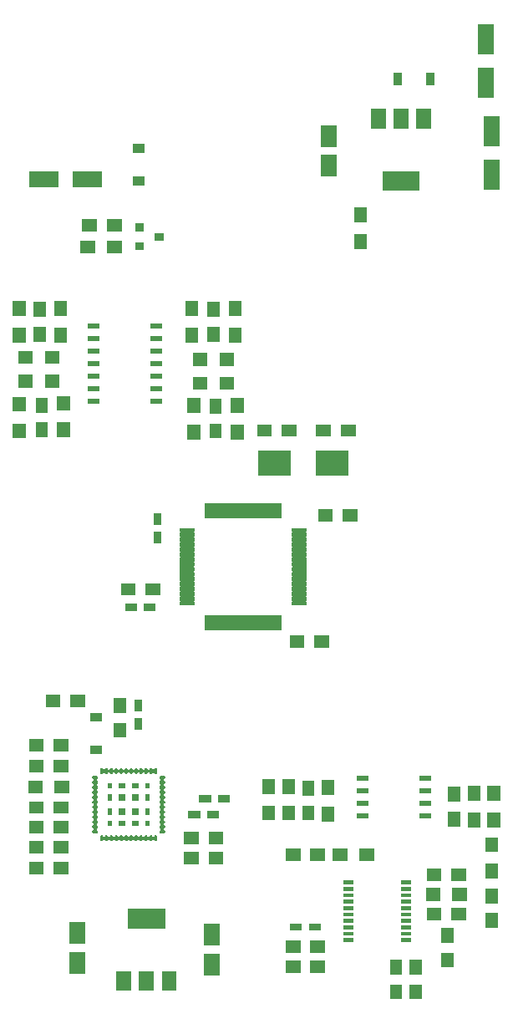
<source format=gbr>
G04 #@! TF.GenerationSoftware,KiCad,Pcbnew,(5.1.5)-3*
G04 #@! TF.CreationDate,2020-05-14T17:44:52+01:00*
G04 #@! TF.ProjectId,AddaTone Solder Stencil,41646461-546f-46e6-9520-536f6c646572,rev?*
G04 #@! TF.SameCoordinates,Original*
G04 #@! TF.FileFunction,Soldermask,Top*
G04 #@! TF.FilePolarity,Negative*
%FSLAX46Y46*%
G04 Gerber Fmt 4.6, Leading zero omitted, Abs format (unit mm)*
G04 Created by KiCad (PCBNEW (5.1.5)-3) date 2020-05-14 17:44:52*
%MOMM*%
%LPD*%
G04 APERTURE LIST*
%ADD10C,0.100000*%
G04 APERTURE END LIST*
D10*
G36*
X147225000Y-154200000D02*
G01*
X145975000Y-154200000D01*
X145975000Y-152700000D01*
X147225000Y-152700000D01*
X147225000Y-154200000D01*
G37*
G36*
X145225000Y-154200000D02*
G01*
X143975000Y-154200000D01*
X143975000Y-152700000D01*
X145225000Y-152700000D01*
X145225000Y-154200000D01*
G37*
G36*
X122350000Y-153350000D02*
G01*
X120850000Y-153350000D01*
X120850000Y-151350000D01*
X122350000Y-151350000D01*
X122350000Y-153350000D01*
G37*
G36*
X117750000Y-153350000D02*
G01*
X116250000Y-153350000D01*
X116250000Y-151350000D01*
X117750000Y-151350000D01*
X117750000Y-153350000D01*
G37*
G36*
X120050000Y-153350000D02*
G01*
X118550000Y-153350000D01*
X118550000Y-151350000D01*
X120050000Y-151350000D01*
X120050000Y-153350000D01*
G37*
G36*
X126700000Y-151800000D02*
G01*
X125100000Y-151800000D01*
X125100000Y-149600000D01*
X126700000Y-149600000D01*
X126700000Y-151800000D01*
G37*
G36*
X147225000Y-151700000D02*
G01*
X145975000Y-151700000D01*
X145975000Y-150200000D01*
X147225000Y-150200000D01*
X147225000Y-151700000D01*
G37*
G36*
X145225000Y-151700000D02*
G01*
X143975000Y-151700000D01*
X143975000Y-150200000D01*
X145225000Y-150200000D01*
X145225000Y-151700000D01*
G37*
G36*
X113100000Y-151600000D02*
G01*
X111500000Y-151600000D01*
X111500000Y-149400000D01*
X113100000Y-149400000D01*
X113100000Y-151600000D01*
G37*
G36*
X134900000Y-151525000D02*
G01*
X133400000Y-151525000D01*
X133400000Y-150275000D01*
X134900000Y-150275000D01*
X134900000Y-151525000D01*
G37*
G36*
X137400000Y-151525000D02*
G01*
X135900000Y-151525000D01*
X135900000Y-150275000D01*
X137400000Y-150275000D01*
X137400000Y-151525000D01*
G37*
G36*
X150425000Y-151000000D02*
G01*
X149175000Y-151000000D01*
X149175000Y-149500000D01*
X150425000Y-149500000D01*
X150425000Y-151000000D01*
G37*
G36*
X134900000Y-149525000D02*
G01*
X133400000Y-149525000D01*
X133400000Y-148275000D01*
X134900000Y-148275000D01*
X134900000Y-149525000D01*
G37*
G36*
X137400000Y-149525000D02*
G01*
X135900000Y-149525000D01*
X135900000Y-148275000D01*
X137400000Y-148275000D01*
X137400000Y-149525000D01*
G37*
G36*
X126700000Y-148800000D02*
G01*
X125100000Y-148800000D01*
X125100000Y-146600000D01*
X126700000Y-146600000D01*
X126700000Y-148800000D01*
G37*
G36*
X113100000Y-148600000D02*
G01*
X111500000Y-148600000D01*
X111500000Y-146400000D01*
X113100000Y-146400000D01*
X113100000Y-148600000D01*
G37*
G36*
X150425000Y-148500000D02*
G01*
X149175000Y-148500000D01*
X149175000Y-147000000D01*
X150425000Y-147000000D01*
X150425000Y-148500000D01*
G37*
G36*
X140300000Y-148425000D02*
G01*
X139300000Y-148425000D01*
X139300000Y-148025000D01*
X140300000Y-148025000D01*
X140300000Y-148425000D01*
G37*
G36*
X146100000Y-148425000D02*
G01*
X145100000Y-148425000D01*
X145100000Y-148025000D01*
X146100000Y-148025000D01*
X146100000Y-148425000D01*
G37*
G36*
X140300000Y-147775000D02*
G01*
X139300000Y-147775000D01*
X139300000Y-147375000D01*
X140300000Y-147375000D01*
X140300000Y-147775000D01*
G37*
G36*
X146100000Y-147775000D02*
G01*
X145100000Y-147775000D01*
X145100000Y-147375000D01*
X146100000Y-147375000D01*
X146100000Y-147775000D01*
G37*
G36*
X135050000Y-147275000D02*
G01*
X133850000Y-147275000D01*
X133850000Y-146525000D01*
X135050000Y-146525000D01*
X135050000Y-147275000D01*
G37*
G36*
X136950000Y-147275000D02*
G01*
X135750000Y-147275000D01*
X135750000Y-146525000D01*
X136950000Y-146525000D01*
X136950000Y-147275000D01*
G37*
G36*
X146100000Y-147125000D02*
G01*
X145100000Y-147125000D01*
X145100000Y-146725000D01*
X146100000Y-146725000D01*
X146100000Y-147125000D01*
G37*
G36*
X140300000Y-147125000D02*
G01*
X139300000Y-147125000D01*
X139300000Y-146725000D01*
X140300000Y-146725000D01*
X140300000Y-147125000D01*
G37*
G36*
X121200000Y-147050000D02*
G01*
X117400000Y-147050000D01*
X117400000Y-145050000D01*
X121200000Y-145050000D01*
X121200000Y-147050000D01*
G37*
G36*
X154925000Y-147000000D02*
G01*
X153675000Y-147000000D01*
X153675000Y-145500000D01*
X154925000Y-145500000D01*
X154925000Y-147000000D01*
G37*
G36*
X140300000Y-146475000D02*
G01*
X139300000Y-146475000D01*
X139300000Y-146075000D01*
X140300000Y-146075000D01*
X140300000Y-146475000D01*
G37*
G36*
X146100000Y-146475000D02*
G01*
X145100000Y-146475000D01*
X145100000Y-146075000D01*
X146100000Y-146075000D01*
X146100000Y-146475000D01*
G37*
G36*
X149200000Y-146225000D02*
G01*
X147700000Y-146225000D01*
X147700000Y-144975000D01*
X149200000Y-144975000D01*
X149200000Y-146225000D01*
G37*
G36*
X151700000Y-146225000D02*
G01*
X150200000Y-146225000D01*
X150200000Y-144975000D01*
X151700000Y-144975000D01*
X151700000Y-146225000D01*
G37*
G36*
X140300000Y-145825000D02*
G01*
X139300000Y-145825000D01*
X139300000Y-145425000D01*
X140300000Y-145425000D01*
X140300000Y-145825000D01*
G37*
G36*
X146100000Y-145825000D02*
G01*
X145100000Y-145825000D01*
X145100000Y-145425000D01*
X146100000Y-145425000D01*
X146100000Y-145825000D01*
G37*
G36*
X146100000Y-145175000D02*
G01*
X145100000Y-145175000D01*
X145100000Y-144775000D01*
X146100000Y-144775000D01*
X146100000Y-145175000D01*
G37*
G36*
X140300000Y-145175000D02*
G01*
X139300000Y-145175000D01*
X139300000Y-144775000D01*
X140300000Y-144775000D01*
X140300000Y-145175000D01*
G37*
G36*
X146100000Y-144525000D02*
G01*
X145100000Y-144525000D01*
X145100000Y-144125000D01*
X146100000Y-144125000D01*
X146100000Y-144525000D01*
G37*
G36*
X140300000Y-144525000D02*
G01*
X139300000Y-144525000D01*
X139300000Y-144125000D01*
X140300000Y-144125000D01*
X140300000Y-144525000D01*
G37*
G36*
X154925000Y-144500000D02*
G01*
X153675000Y-144500000D01*
X153675000Y-143000000D01*
X154925000Y-143000000D01*
X154925000Y-144500000D01*
G37*
G36*
X151800000Y-144250000D02*
G01*
X150300000Y-144250000D01*
X150300000Y-142950000D01*
X151800000Y-142950000D01*
X151800000Y-144250000D01*
G37*
G36*
X149100000Y-144250000D02*
G01*
X147600000Y-144250000D01*
X147600000Y-142950000D01*
X149100000Y-142950000D01*
X149100000Y-144250000D01*
G37*
G36*
X140300000Y-143875000D02*
G01*
X139300000Y-143875000D01*
X139300000Y-143475000D01*
X140300000Y-143475000D01*
X140300000Y-143875000D01*
G37*
G36*
X146100000Y-143875000D02*
G01*
X145100000Y-143875000D01*
X145100000Y-143475000D01*
X146100000Y-143475000D01*
X146100000Y-143875000D01*
G37*
G36*
X140300000Y-143225000D02*
G01*
X139300000Y-143225000D01*
X139300000Y-142825000D01*
X140300000Y-142825000D01*
X140300000Y-143225000D01*
G37*
G36*
X146100000Y-143225000D02*
G01*
X145100000Y-143225000D01*
X145100000Y-142825000D01*
X146100000Y-142825000D01*
X146100000Y-143225000D01*
G37*
G36*
X140300000Y-142575000D02*
G01*
X139300000Y-142575000D01*
X139300000Y-142175000D01*
X140300000Y-142175000D01*
X140300000Y-142575000D01*
G37*
G36*
X146100000Y-142575000D02*
G01*
X145100000Y-142575000D01*
X145100000Y-142175000D01*
X146100000Y-142175000D01*
X146100000Y-142575000D01*
G37*
G36*
X149200000Y-142225000D02*
G01*
X147700000Y-142225000D01*
X147700000Y-140975000D01*
X149200000Y-140975000D01*
X149200000Y-142225000D01*
G37*
G36*
X151700000Y-142225000D02*
G01*
X150200000Y-142225000D01*
X150200000Y-140975000D01*
X151700000Y-140975000D01*
X151700000Y-142225000D01*
G37*
G36*
X154950000Y-142000000D02*
G01*
X153650000Y-142000000D01*
X153650000Y-140500000D01*
X154950000Y-140500000D01*
X154950000Y-142000000D01*
G37*
G36*
X108900000Y-141525000D02*
G01*
X107400000Y-141525000D01*
X107400000Y-140275000D01*
X108900000Y-140275000D01*
X108900000Y-141525000D01*
G37*
G36*
X111400000Y-141525000D02*
G01*
X109900000Y-141525000D01*
X109900000Y-140275000D01*
X111400000Y-140275000D01*
X111400000Y-141525000D01*
G37*
G36*
X124600000Y-140525000D02*
G01*
X123100000Y-140525000D01*
X123100000Y-139275000D01*
X124600000Y-139275000D01*
X124600000Y-140525000D01*
G37*
G36*
X127100000Y-140525000D02*
G01*
X125600000Y-140525000D01*
X125600000Y-139275000D01*
X127100000Y-139275000D01*
X127100000Y-140525000D01*
G37*
G36*
X139700000Y-140250000D02*
G01*
X138200000Y-140250000D01*
X138200000Y-138950000D01*
X139700000Y-138950000D01*
X139700000Y-140250000D01*
G37*
G36*
X142400000Y-140250000D02*
G01*
X140900000Y-140250000D01*
X140900000Y-138950000D01*
X142400000Y-138950000D01*
X142400000Y-140250000D01*
G37*
G36*
X134900000Y-140225000D02*
G01*
X133400000Y-140225000D01*
X133400000Y-138975000D01*
X134900000Y-138975000D01*
X134900000Y-140225000D01*
G37*
G36*
X137400000Y-140225000D02*
G01*
X135900000Y-140225000D01*
X135900000Y-138975000D01*
X137400000Y-138975000D01*
X137400000Y-140225000D01*
G37*
G36*
X108900000Y-139425000D02*
G01*
X107400000Y-139425000D01*
X107400000Y-138175000D01*
X108900000Y-138175000D01*
X108900000Y-139425000D01*
G37*
G36*
X111400000Y-139425000D02*
G01*
X109900000Y-139425000D01*
X109900000Y-138175000D01*
X111400000Y-138175000D01*
X111400000Y-139425000D01*
G37*
G36*
X154950000Y-139300000D02*
G01*
X153650000Y-139300000D01*
X153650000Y-137800000D01*
X154950000Y-137800000D01*
X154950000Y-139300000D01*
G37*
G36*
X124600000Y-138525000D02*
G01*
X123100000Y-138525000D01*
X123100000Y-137275000D01*
X124600000Y-137275000D01*
X124600000Y-138525000D01*
G37*
G36*
X127100000Y-138525000D02*
G01*
X125600000Y-138525000D01*
X125600000Y-137275000D01*
X127100000Y-137275000D01*
X127100000Y-138525000D01*
G37*
G36*
X120279407Y-137602171D02*
G01*
X120307676Y-137610746D01*
X120333740Y-137624678D01*
X120356579Y-137643421D01*
X120375322Y-137666260D01*
X120389254Y-137692324D01*
X120397829Y-137720593D01*
X120400000Y-137742638D01*
X120400000Y-138057362D01*
X120397829Y-138079407D01*
X120389254Y-138107676D01*
X120375322Y-138133740D01*
X120356579Y-138156579D01*
X120333739Y-138175323D01*
X120307678Y-138189253D01*
X120279406Y-138197829D01*
X120250000Y-138200725D01*
X120220593Y-138197829D01*
X120192324Y-138189254D01*
X120166260Y-138175322D01*
X120143421Y-138156579D01*
X120124675Y-138133737D01*
X120110238Y-138106727D01*
X120096624Y-138086353D01*
X120079297Y-138069026D01*
X120058923Y-138055413D01*
X120036284Y-138046036D01*
X120012250Y-138041256D01*
X119987746Y-138041256D01*
X119963713Y-138046037D01*
X119941074Y-138055415D01*
X119920700Y-138069029D01*
X119903373Y-138086356D01*
X119889762Y-138106727D01*
X119875325Y-138133737D01*
X119856579Y-138156579D01*
X119833739Y-138175323D01*
X119807678Y-138189253D01*
X119779406Y-138197829D01*
X119750000Y-138200725D01*
X119720593Y-138197829D01*
X119692324Y-138189254D01*
X119666260Y-138175322D01*
X119643421Y-138156579D01*
X119624675Y-138133737D01*
X119610238Y-138106727D01*
X119596624Y-138086353D01*
X119579297Y-138069026D01*
X119558923Y-138055413D01*
X119536284Y-138046036D01*
X119512250Y-138041256D01*
X119487746Y-138041256D01*
X119463713Y-138046037D01*
X119441074Y-138055415D01*
X119420700Y-138069029D01*
X119403373Y-138086356D01*
X119389762Y-138106727D01*
X119375325Y-138133737D01*
X119356579Y-138156579D01*
X119333739Y-138175323D01*
X119307678Y-138189253D01*
X119279406Y-138197829D01*
X119250000Y-138200725D01*
X119220593Y-138197829D01*
X119192324Y-138189254D01*
X119166260Y-138175322D01*
X119143421Y-138156579D01*
X119124675Y-138133737D01*
X119110238Y-138106727D01*
X119096624Y-138086353D01*
X119079297Y-138069026D01*
X119058923Y-138055413D01*
X119036284Y-138046036D01*
X119012250Y-138041256D01*
X118987746Y-138041256D01*
X118963713Y-138046037D01*
X118941074Y-138055415D01*
X118920700Y-138069029D01*
X118903373Y-138086356D01*
X118889761Y-138106729D01*
X118875324Y-138133738D01*
X118856579Y-138156580D01*
X118833739Y-138175324D01*
X118807678Y-138189254D01*
X118779406Y-138197830D01*
X118750000Y-138200726D01*
X118720593Y-138197830D01*
X118692324Y-138189255D01*
X118666260Y-138175323D01*
X118643421Y-138156580D01*
X118624676Y-138133738D01*
X118610239Y-138106729D01*
X118596625Y-138086354D01*
X118579298Y-138069027D01*
X118558924Y-138055414D01*
X118536285Y-138046036D01*
X118512252Y-138041256D01*
X118487748Y-138041256D01*
X118463714Y-138046037D01*
X118441076Y-138055414D01*
X118420701Y-138069028D01*
X118403374Y-138086355D01*
X118389762Y-138106727D01*
X118375325Y-138133737D01*
X118356579Y-138156579D01*
X118333739Y-138175323D01*
X118307678Y-138189253D01*
X118279406Y-138197829D01*
X118250000Y-138200725D01*
X118220593Y-138197829D01*
X118192324Y-138189254D01*
X118166260Y-138175322D01*
X118143421Y-138156579D01*
X118124675Y-138133737D01*
X118110238Y-138106727D01*
X118096624Y-138086353D01*
X118079297Y-138069026D01*
X118058923Y-138055413D01*
X118036284Y-138046036D01*
X118012250Y-138041256D01*
X117987746Y-138041256D01*
X117963713Y-138046037D01*
X117941074Y-138055415D01*
X117920700Y-138069029D01*
X117903373Y-138086356D01*
X117889762Y-138106727D01*
X117875325Y-138133737D01*
X117856579Y-138156579D01*
X117833739Y-138175323D01*
X117807678Y-138189253D01*
X117779406Y-138197829D01*
X117750000Y-138200725D01*
X117720593Y-138197829D01*
X117692324Y-138189254D01*
X117666260Y-138175322D01*
X117643421Y-138156579D01*
X117624675Y-138133737D01*
X117610238Y-138106727D01*
X117596624Y-138086353D01*
X117579297Y-138069026D01*
X117558923Y-138055413D01*
X117536284Y-138046036D01*
X117512250Y-138041256D01*
X117487746Y-138041256D01*
X117463713Y-138046037D01*
X117441074Y-138055415D01*
X117420700Y-138069029D01*
X117403373Y-138086356D01*
X117389762Y-138106727D01*
X117375325Y-138133737D01*
X117356579Y-138156579D01*
X117333739Y-138175323D01*
X117307678Y-138189253D01*
X117279406Y-138197829D01*
X117250000Y-138200725D01*
X117220593Y-138197829D01*
X117192324Y-138189254D01*
X117166260Y-138175322D01*
X117143421Y-138156579D01*
X117124675Y-138133737D01*
X117110238Y-138106727D01*
X117096624Y-138086353D01*
X117079297Y-138069026D01*
X117058923Y-138055413D01*
X117036284Y-138046036D01*
X117012250Y-138041256D01*
X116987746Y-138041256D01*
X116963713Y-138046037D01*
X116941074Y-138055415D01*
X116920700Y-138069029D01*
X116903373Y-138086356D01*
X116889762Y-138106727D01*
X116875325Y-138133737D01*
X116856579Y-138156579D01*
X116833739Y-138175323D01*
X116807678Y-138189253D01*
X116779406Y-138197829D01*
X116750000Y-138200725D01*
X116720593Y-138197829D01*
X116692324Y-138189254D01*
X116666260Y-138175322D01*
X116643421Y-138156579D01*
X116624675Y-138133737D01*
X116610238Y-138106727D01*
X116596624Y-138086353D01*
X116579297Y-138069026D01*
X116558923Y-138055413D01*
X116536284Y-138046036D01*
X116512250Y-138041256D01*
X116487746Y-138041256D01*
X116463713Y-138046037D01*
X116441074Y-138055415D01*
X116420700Y-138069029D01*
X116403373Y-138086356D01*
X116389761Y-138106729D01*
X116375324Y-138133738D01*
X116356579Y-138156580D01*
X116333739Y-138175324D01*
X116307678Y-138189254D01*
X116279406Y-138197830D01*
X116250000Y-138200726D01*
X116220593Y-138197830D01*
X116192324Y-138189255D01*
X116166260Y-138175323D01*
X116143421Y-138156580D01*
X116124676Y-138133738D01*
X116110239Y-138106729D01*
X116096625Y-138086354D01*
X116079298Y-138069027D01*
X116058924Y-138055414D01*
X116036285Y-138046036D01*
X116012252Y-138041256D01*
X115987748Y-138041256D01*
X115963714Y-138046037D01*
X115941076Y-138055414D01*
X115920701Y-138069028D01*
X115903374Y-138086355D01*
X115889762Y-138106727D01*
X115875325Y-138133737D01*
X115856579Y-138156579D01*
X115833739Y-138175323D01*
X115807678Y-138189253D01*
X115779406Y-138197829D01*
X115750000Y-138200725D01*
X115720593Y-138197829D01*
X115692324Y-138189254D01*
X115666260Y-138175322D01*
X115643421Y-138156579D01*
X115624675Y-138133737D01*
X115610238Y-138106727D01*
X115596624Y-138086353D01*
X115579297Y-138069026D01*
X115558923Y-138055413D01*
X115536284Y-138046036D01*
X115512250Y-138041256D01*
X115487746Y-138041256D01*
X115463713Y-138046037D01*
X115441074Y-138055415D01*
X115420700Y-138069029D01*
X115403373Y-138086356D01*
X115389762Y-138106727D01*
X115375325Y-138133737D01*
X115356579Y-138156579D01*
X115333739Y-138175323D01*
X115307678Y-138189253D01*
X115279406Y-138197829D01*
X115250000Y-138200725D01*
X115220593Y-138197829D01*
X115192324Y-138189254D01*
X115166260Y-138175322D01*
X115143421Y-138156579D01*
X115124675Y-138133737D01*
X115110238Y-138106727D01*
X115096624Y-138086353D01*
X115079297Y-138069026D01*
X115058923Y-138055413D01*
X115036284Y-138046036D01*
X115012250Y-138041256D01*
X114987746Y-138041256D01*
X114963713Y-138046037D01*
X114941074Y-138055415D01*
X114920700Y-138069029D01*
X114903373Y-138086356D01*
X114889762Y-138106727D01*
X114875325Y-138133737D01*
X114856579Y-138156579D01*
X114833739Y-138175323D01*
X114807678Y-138189253D01*
X114779406Y-138197829D01*
X114750000Y-138200725D01*
X114720593Y-138197829D01*
X114692324Y-138189254D01*
X114666260Y-138175322D01*
X114643421Y-138156579D01*
X114624677Y-138133739D01*
X114610747Y-138107678D01*
X114602171Y-138079406D01*
X114600000Y-138057361D01*
X114600000Y-137742638D01*
X114602171Y-137720599D01*
X114604279Y-137713649D01*
X114610749Y-137692320D01*
X114624678Y-137666262D01*
X114624679Y-137666260D01*
X114643422Y-137643421D01*
X114666261Y-137624678D01*
X114692325Y-137610746D01*
X114720594Y-137602171D01*
X114750000Y-137599275D01*
X114779407Y-137602171D01*
X114807676Y-137610746D01*
X114833740Y-137624678D01*
X114856579Y-137643421D01*
X114875324Y-137666263D01*
X114889761Y-137693272D01*
X114903375Y-137713647D01*
X114920702Y-137730974D01*
X114941076Y-137744587D01*
X114963715Y-137753965D01*
X114987748Y-137758745D01*
X115012252Y-137758745D01*
X115036286Y-137753964D01*
X115058924Y-137744587D01*
X115079299Y-137730973D01*
X115096626Y-137713646D01*
X115110238Y-137693275D01*
X115124678Y-137666262D01*
X115143422Y-137643421D01*
X115166261Y-137624678D01*
X115192325Y-137610746D01*
X115220594Y-137602171D01*
X115250000Y-137599275D01*
X115279407Y-137602171D01*
X115307676Y-137610746D01*
X115333740Y-137624678D01*
X115356579Y-137643421D01*
X115375324Y-137666263D01*
X115389761Y-137693272D01*
X115403375Y-137713647D01*
X115420702Y-137730974D01*
X115441076Y-137744587D01*
X115463715Y-137753965D01*
X115487748Y-137758745D01*
X115512252Y-137758745D01*
X115536286Y-137753964D01*
X115558924Y-137744587D01*
X115579299Y-137730973D01*
X115596626Y-137713646D01*
X115610238Y-137693275D01*
X115624678Y-137666262D01*
X115643422Y-137643421D01*
X115666261Y-137624678D01*
X115692325Y-137610746D01*
X115720594Y-137602171D01*
X115750000Y-137599275D01*
X115779407Y-137602171D01*
X115807676Y-137610746D01*
X115833740Y-137624678D01*
X115856579Y-137643421D01*
X115875323Y-137666262D01*
X115889763Y-137693275D01*
X115903377Y-137713649D01*
X115920705Y-137730975D01*
X115941079Y-137744589D01*
X115963718Y-137753965D01*
X115987752Y-137758745D01*
X116012256Y-137758745D01*
X116036289Y-137753964D01*
X116058928Y-137744586D01*
X116079302Y-137730972D01*
X116096628Y-137713644D01*
X116110239Y-137693274D01*
X116124676Y-137666264D01*
X116143422Y-137643422D01*
X116166261Y-137624679D01*
X116192325Y-137610747D01*
X116220594Y-137602172D01*
X116250000Y-137599276D01*
X116279407Y-137602172D01*
X116307676Y-137610747D01*
X116333740Y-137624679D01*
X116356579Y-137643422D01*
X116375325Y-137666264D01*
X116389762Y-137693274D01*
X116403376Y-137713648D01*
X116420703Y-137730975D01*
X116441077Y-137744588D01*
X116463716Y-137753965D01*
X116487750Y-137758745D01*
X116512254Y-137758745D01*
X116536287Y-137753964D01*
X116558926Y-137744586D01*
X116579300Y-137730972D01*
X116596627Y-137713645D01*
X116610238Y-137693275D01*
X116624678Y-137666262D01*
X116643422Y-137643421D01*
X116666261Y-137624678D01*
X116692325Y-137610746D01*
X116720594Y-137602171D01*
X116750000Y-137599275D01*
X116779407Y-137602171D01*
X116807676Y-137610746D01*
X116833740Y-137624678D01*
X116856579Y-137643421D01*
X116875324Y-137666263D01*
X116889761Y-137693272D01*
X116903375Y-137713647D01*
X116920702Y-137730974D01*
X116941076Y-137744587D01*
X116963715Y-137753965D01*
X116987748Y-137758745D01*
X117012252Y-137758745D01*
X117036286Y-137753964D01*
X117058924Y-137744587D01*
X117079299Y-137730973D01*
X117096626Y-137713646D01*
X117110238Y-137693275D01*
X117124678Y-137666262D01*
X117143422Y-137643421D01*
X117166261Y-137624678D01*
X117192325Y-137610746D01*
X117220594Y-137602171D01*
X117250000Y-137599275D01*
X117279407Y-137602171D01*
X117307676Y-137610746D01*
X117333740Y-137624678D01*
X117356579Y-137643421D01*
X117375324Y-137666263D01*
X117389761Y-137693272D01*
X117403375Y-137713647D01*
X117420702Y-137730974D01*
X117441076Y-137744587D01*
X117463715Y-137753965D01*
X117487748Y-137758745D01*
X117512252Y-137758745D01*
X117536286Y-137753964D01*
X117558924Y-137744587D01*
X117579299Y-137730973D01*
X117596626Y-137713646D01*
X117610238Y-137693275D01*
X117624678Y-137666262D01*
X117643422Y-137643421D01*
X117666261Y-137624678D01*
X117692325Y-137610746D01*
X117720594Y-137602171D01*
X117750000Y-137599275D01*
X117779407Y-137602171D01*
X117807676Y-137610746D01*
X117833740Y-137624678D01*
X117856579Y-137643421D01*
X117875324Y-137666263D01*
X117889761Y-137693272D01*
X117903375Y-137713647D01*
X117920702Y-137730974D01*
X117941076Y-137744587D01*
X117963715Y-137753965D01*
X117987748Y-137758745D01*
X118012252Y-137758745D01*
X118036286Y-137753964D01*
X118058924Y-137744587D01*
X118079299Y-137730973D01*
X118096626Y-137713646D01*
X118110238Y-137693275D01*
X118124678Y-137666262D01*
X118143422Y-137643421D01*
X118166261Y-137624678D01*
X118192325Y-137610746D01*
X118220594Y-137602171D01*
X118250000Y-137599275D01*
X118279407Y-137602171D01*
X118307676Y-137610746D01*
X118333740Y-137624678D01*
X118356579Y-137643421D01*
X118375323Y-137666262D01*
X118389763Y-137693275D01*
X118403377Y-137713649D01*
X118420705Y-137730975D01*
X118441079Y-137744589D01*
X118463718Y-137753965D01*
X118487752Y-137758745D01*
X118512256Y-137758745D01*
X118536289Y-137753964D01*
X118558928Y-137744586D01*
X118579302Y-137730972D01*
X118596628Y-137713644D01*
X118610239Y-137693274D01*
X118624676Y-137666264D01*
X118643422Y-137643422D01*
X118666261Y-137624679D01*
X118692325Y-137610747D01*
X118720594Y-137602172D01*
X118750000Y-137599276D01*
X118779407Y-137602172D01*
X118807676Y-137610747D01*
X118833740Y-137624679D01*
X118856579Y-137643422D01*
X118875325Y-137666264D01*
X118889762Y-137693274D01*
X118903376Y-137713648D01*
X118920703Y-137730975D01*
X118941077Y-137744588D01*
X118963716Y-137753965D01*
X118987750Y-137758745D01*
X119012254Y-137758745D01*
X119036287Y-137753964D01*
X119058926Y-137744586D01*
X119079300Y-137730972D01*
X119096627Y-137713645D01*
X119110238Y-137693275D01*
X119124678Y-137666262D01*
X119143422Y-137643421D01*
X119166261Y-137624678D01*
X119192325Y-137610746D01*
X119220594Y-137602171D01*
X119250000Y-137599275D01*
X119279407Y-137602171D01*
X119307676Y-137610746D01*
X119333740Y-137624678D01*
X119356579Y-137643421D01*
X119375324Y-137666263D01*
X119389761Y-137693272D01*
X119403375Y-137713647D01*
X119420702Y-137730974D01*
X119441076Y-137744587D01*
X119463715Y-137753965D01*
X119487748Y-137758745D01*
X119512252Y-137758745D01*
X119536286Y-137753964D01*
X119558924Y-137744587D01*
X119579299Y-137730973D01*
X119596626Y-137713646D01*
X119610238Y-137693275D01*
X119624678Y-137666262D01*
X119643422Y-137643421D01*
X119666261Y-137624678D01*
X119692325Y-137610746D01*
X119720594Y-137602171D01*
X119750000Y-137599275D01*
X119779407Y-137602171D01*
X119807676Y-137610746D01*
X119833740Y-137624678D01*
X119856579Y-137643421D01*
X119875324Y-137666263D01*
X119889761Y-137693272D01*
X119903375Y-137713647D01*
X119920702Y-137730974D01*
X119941076Y-137744587D01*
X119963715Y-137753965D01*
X119987748Y-137758745D01*
X120012252Y-137758745D01*
X120036286Y-137753964D01*
X120058924Y-137744587D01*
X120079299Y-137730973D01*
X120096626Y-137713646D01*
X120110238Y-137693275D01*
X120124678Y-137666262D01*
X120143422Y-137643421D01*
X120166261Y-137624678D01*
X120192325Y-137610746D01*
X120220594Y-137602171D01*
X120250000Y-137599275D01*
X120279407Y-137602171D01*
G37*
G36*
X111400000Y-137425000D02*
G01*
X109900000Y-137425000D01*
X109900000Y-136175000D01*
X111400000Y-136175000D01*
X111400000Y-137425000D01*
G37*
G36*
X108900000Y-137425000D02*
G01*
X107400000Y-137425000D01*
X107400000Y-136175000D01*
X108900000Y-136175000D01*
X108900000Y-137425000D01*
G37*
G36*
X121079407Y-131602171D02*
G01*
X121107676Y-131610746D01*
X121133740Y-131624678D01*
X121156579Y-131643421D01*
X121175322Y-131666260D01*
X121189254Y-131692324D01*
X121197829Y-131720593D01*
X121200725Y-131750000D01*
X121197829Y-131779407D01*
X121189254Y-131807676D01*
X121175322Y-131833740D01*
X121156579Y-131856579D01*
X121133737Y-131875325D01*
X121106727Y-131889762D01*
X121086353Y-131903376D01*
X121069026Y-131920703D01*
X121055413Y-131941077D01*
X121046036Y-131963716D01*
X121041256Y-131987750D01*
X121041256Y-132012254D01*
X121046037Y-132036287D01*
X121055415Y-132058926D01*
X121069029Y-132079300D01*
X121086356Y-132096627D01*
X121106727Y-132110238D01*
X121133737Y-132124675D01*
X121156579Y-132143421D01*
X121175322Y-132166260D01*
X121189254Y-132192324D01*
X121197829Y-132220593D01*
X121200725Y-132250000D01*
X121197829Y-132279407D01*
X121189254Y-132307676D01*
X121175322Y-132333740D01*
X121156579Y-132356579D01*
X121133737Y-132375325D01*
X121106727Y-132389762D01*
X121086353Y-132403376D01*
X121069026Y-132420703D01*
X121055413Y-132441077D01*
X121046036Y-132463716D01*
X121041256Y-132487750D01*
X121041256Y-132512254D01*
X121046037Y-132536287D01*
X121055415Y-132558926D01*
X121069029Y-132579300D01*
X121086356Y-132596627D01*
X121106727Y-132610238D01*
X121133737Y-132624675D01*
X121156579Y-132643421D01*
X121175322Y-132666260D01*
X121189254Y-132692324D01*
X121197829Y-132720593D01*
X121200725Y-132750000D01*
X121197829Y-132779407D01*
X121189254Y-132807676D01*
X121175322Y-132833740D01*
X121156579Y-132856579D01*
X121133737Y-132875325D01*
X121106727Y-132889762D01*
X121086353Y-132903376D01*
X121069026Y-132920703D01*
X121055413Y-132941077D01*
X121046036Y-132963716D01*
X121041256Y-132987750D01*
X121041256Y-133012254D01*
X121046037Y-133036287D01*
X121055415Y-133058926D01*
X121069029Y-133079300D01*
X121086356Y-133096627D01*
X121106729Y-133110239D01*
X121133738Y-133124676D01*
X121156580Y-133143421D01*
X121175323Y-133166260D01*
X121189255Y-133192324D01*
X121197830Y-133220593D01*
X121200726Y-133250000D01*
X121197830Y-133279407D01*
X121189255Y-133307676D01*
X121175323Y-133333740D01*
X121156580Y-133356579D01*
X121133738Y-133375324D01*
X121106729Y-133389761D01*
X121086354Y-133403375D01*
X121069027Y-133420702D01*
X121055414Y-133441076D01*
X121046036Y-133463715D01*
X121041256Y-133487748D01*
X121041256Y-133512252D01*
X121046037Y-133536286D01*
X121055414Y-133558924D01*
X121069028Y-133579299D01*
X121086355Y-133596626D01*
X121106727Y-133610238D01*
X121133737Y-133624675D01*
X121156579Y-133643421D01*
X121175322Y-133666260D01*
X121189254Y-133692324D01*
X121197829Y-133720593D01*
X121200725Y-133750000D01*
X121197829Y-133779407D01*
X121189254Y-133807676D01*
X121175322Y-133833740D01*
X121156579Y-133856579D01*
X121133737Y-133875325D01*
X121106727Y-133889762D01*
X121086353Y-133903376D01*
X121069026Y-133920703D01*
X121055413Y-133941077D01*
X121046036Y-133963716D01*
X121041256Y-133987750D01*
X121041256Y-134012254D01*
X121046037Y-134036287D01*
X121055415Y-134058926D01*
X121069029Y-134079300D01*
X121086356Y-134096627D01*
X121106727Y-134110238D01*
X121133737Y-134124675D01*
X121156579Y-134143421D01*
X121175322Y-134166260D01*
X121189254Y-134192324D01*
X121197829Y-134220593D01*
X121200725Y-134250000D01*
X121197829Y-134279407D01*
X121189254Y-134307676D01*
X121175322Y-134333740D01*
X121156579Y-134356579D01*
X121133737Y-134375325D01*
X121106727Y-134389762D01*
X121086353Y-134403376D01*
X121069026Y-134420703D01*
X121055413Y-134441077D01*
X121046036Y-134463716D01*
X121041256Y-134487750D01*
X121041256Y-134512254D01*
X121046037Y-134536287D01*
X121055415Y-134558926D01*
X121069029Y-134579300D01*
X121086356Y-134596627D01*
X121106727Y-134610238D01*
X121133737Y-134624675D01*
X121156579Y-134643421D01*
X121175322Y-134666260D01*
X121189254Y-134692324D01*
X121197829Y-134720593D01*
X121200725Y-134750000D01*
X121197829Y-134779407D01*
X121189254Y-134807676D01*
X121175322Y-134833740D01*
X121156579Y-134856579D01*
X121133737Y-134875325D01*
X121106727Y-134889762D01*
X121086353Y-134903376D01*
X121069026Y-134920703D01*
X121055413Y-134941077D01*
X121046036Y-134963716D01*
X121041256Y-134987750D01*
X121041256Y-135012254D01*
X121046037Y-135036287D01*
X121055415Y-135058926D01*
X121069029Y-135079300D01*
X121086356Y-135096627D01*
X121106727Y-135110238D01*
X121133737Y-135124675D01*
X121156579Y-135143421D01*
X121175322Y-135166260D01*
X121189254Y-135192324D01*
X121197829Y-135220593D01*
X121200725Y-135250000D01*
X121197829Y-135279407D01*
X121189254Y-135307676D01*
X121175322Y-135333740D01*
X121156579Y-135356579D01*
X121133737Y-135375325D01*
X121106727Y-135389762D01*
X121086353Y-135403376D01*
X121069026Y-135420703D01*
X121055413Y-135441077D01*
X121046036Y-135463716D01*
X121041256Y-135487750D01*
X121041256Y-135512254D01*
X121046037Y-135536287D01*
X121055415Y-135558926D01*
X121069029Y-135579300D01*
X121086356Y-135596627D01*
X121106729Y-135610239D01*
X121133738Y-135624676D01*
X121156580Y-135643421D01*
X121175323Y-135666260D01*
X121189255Y-135692324D01*
X121197830Y-135720593D01*
X121200726Y-135750000D01*
X121197830Y-135779407D01*
X121189255Y-135807676D01*
X121175323Y-135833740D01*
X121156580Y-135856579D01*
X121133738Y-135875324D01*
X121106729Y-135889761D01*
X121086354Y-135903375D01*
X121069027Y-135920702D01*
X121055414Y-135941076D01*
X121046036Y-135963715D01*
X121041256Y-135987748D01*
X121041256Y-136012252D01*
X121046037Y-136036286D01*
X121055414Y-136058924D01*
X121069028Y-136079299D01*
X121086355Y-136096626D01*
X121106727Y-136110238D01*
X121133737Y-136124675D01*
X121156579Y-136143421D01*
X121175322Y-136166260D01*
X121189254Y-136192324D01*
X121197829Y-136220593D01*
X121200725Y-136250000D01*
X121197829Y-136279407D01*
X121189254Y-136307676D01*
X121175322Y-136333740D01*
X121156579Y-136356579D01*
X121133737Y-136375325D01*
X121106727Y-136389762D01*
X121086353Y-136403376D01*
X121069026Y-136420703D01*
X121055413Y-136441077D01*
X121046036Y-136463716D01*
X121041256Y-136487750D01*
X121041256Y-136512254D01*
X121046037Y-136536287D01*
X121055415Y-136558926D01*
X121069029Y-136579300D01*
X121086356Y-136596627D01*
X121106727Y-136610238D01*
X121133737Y-136624675D01*
X121156579Y-136643421D01*
X121175322Y-136666260D01*
X121189254Y-136692324D01*
X121197829Y-136720593D01*
X121200725Y-136749999D01*
X121197829Y-136779407D01*
X121189254Y-136807676D01*
X121175322Y-136833740D01*
X121156579Y-136856579D01*
X121133737Y-136875325D01*
X121106727Y-136889762D01*
X121086353Y-136903376D01*
X121069026Y-136920703D01*
X121055413Y-136941077D01*
X121046036Y-136963716D01*
X121041256Y-136987750D01*
X121041256Y-137012254D01*
X121046037Y-137036287D01*
X121055415Y-137058926D01*
X121069029Y-137079300D01*
X121086356Y-137096627D01*
X121106727Y-137110238D01*
X121133737Y-137124675D01*
X121156579Y-137143421D01*
X121175322Y-137166260D01*
X121189254Y-137192324D01*
X121197829Y-137220593D01*
X121200725Y-137250000D01*
X121197829Y-137279407D01*
X121189254Y-137307676D01*
X121175322Y-137333740D01*
X121156579Y-137356579D01*
X121133740Y-137375322D01*
X121107676Y-137389254D01*
X121079407Y-137397829D01*
X121057362Y-137400000D01*
X120742638Y-137400000D01*
X120720593Y-137397829D01*
X120692324Y-137389254D01*
X120666260Y-137375322D01*
X120643421Y-137356579D01*
X120624678Y-137333740D01*
X120610746Y-137307676D01*
X120602171Y-137279407D01*
X120599275Y-137250000D01*
X120602171Y-137220593D01*
X120610746Y-137192324D01*
X120624678Y-137166260D01*
X120643421Y-137143421D01*
X120666263Y-137124675D01*
X120693273Y-137110238D01*
X120713647Y-137096624D01*
X120730974Y-137079297D01*
X120744587Y-137058923D01*
X120753964Y-137036284D01*
X120758744Y-137012250D01*
X120758744Y-136987746D01*
X120753963Y-136963713D01*
X120744585Y-136941074D01*
X120730971Y-136920700D01*
X120713644Y-136903373D01*
X120693273Y-136889762D01*
X120666263Y-136875325D01*
X120643421Y-136856579D01*
X120624678Y-136833740D01*
X120610746Y-136807676D01*
X120602171Y-136779407D01*
X120599275Y-136749999D01*
X120602171Y-136720593D01*
X120610746Y-136692324D01*
X120624678Y-136666260D01*
X120643421Y-136643421D01*
X120666263Y-136624675D01*
X120693273Y-136610238D01*
X120713647Y-136596624D01*
X120730974Y-136579297D01*
X120744587Y-136558923D01*
X120753964Y-136536284D01*
X120758744Y-136512250D01*
X120758744Y-136487746D01*
X120753963Y-136463713D01*
X120744585Y-136441074D01*
X120730971Y-136420700D01*
X120713644Y-136403373D01*
X120693273Y-136389762D01*
X120666263Y-136375325D01*
X120643421Y-136356579D01*
X120624678Y-136333740D01*
X120610746Y-136307676D01*
X120602171Y-136279407D01*
X120599275Y-136250000D01*
X120602171Y-136220593D01*
X120610746Y-136192324D01*
X120624678Y-136166260D01*
X120643421Y-136143421D01*
X120666263Y-136124676D01*
X120693272Y-136110239D01*
X120713647Y-136096625D01*
X120730974Y-136079298D01*
X120744587Y-136058924D01*
X120753965Y-136036285D01*
X120758745Y-136012252D01*
X120758745Y-135987748D01*
X120753964Y-135963714D01*
X120744587Y-135941076D01*
X120730973Y-135920701D01*
X120713646Y-135903374D01*
X120693274Y-135889762D01*
X120666264Y-135875325D01*
X120643422Y-135856579D01*
X120624679Y-135833740D01*
X120610747Y-135807676D01*
X120602172Y-135779407D01*
X120599276Y-135750000D01*
X120602172Y-135720593D01*
X120610747Y-135692324D01*
X120624679Y-135666260D01*
X120643422Y-135643421D01*
X120666264Y-135624675D01*
X120693274Y-135610238D01*
X120713648Y-135596624D01*
X120730975Y-135579297D01*
X120744588Y-135558923D01*
X120753965Y-135536284D01*
X120758745Y-135512250D01*
X120758745Y-135487746D01*
X120753964Y-135463713D01*
X120744586Y-135441074D01*
X120730972Y-135420700D01*
X120713645Y-135403373D01*
X120693272Y-135389761D01*
X120666263Y-135375324D01*
X120643421Y-135356579D01*
X120624678Y-135333740D01*
X120610746Y-135307676D01*
X120602171Y-135279407D01*
X120599275Y-135250000D01*
X120602171Y-135220593D01*
X120610746Y-135192324D01*
X120624678Y-135166260D01*
X120643421Y-135143421D01*
X120666263Y-135124675D01*
X120693273Y-135110238D01*
X120713647Y-135096624D01*
X120730974Y-135079297D01*
X120744587Y-135058923D01*
X120753964Y-135036284D01*
X120758744Y-135012250D01*
X120758744Y-134987746D01*
X120753963Y-134963713D01*
X120744585Y-134941074D01*
X120730971Y-134920700D01*
X120713644Y-134903373D01*
X120693273Y-134889762D01*
X120666263Y-134875325D01*
X120643421Y-134856579D01*
X120624678Y-134833740D01*
X120610746Y-134807676D01*
X120602171Y-134779407D01*
X120599275Y-134750000D01*
X120602171Y-134720593D01*
X120610746Y-134692324D01*
X120624678Y-134666260D01*
X120643421Y-134643421D01*
X120666263Y-134624675D01*
X120693273Y-134610238D01*
X120713647Y-134596624D01*
X120730974Y-134579297D01*
X120744587Y-134558923D01*
X120753964Y-134536284D01*
X120758744Y-134512250D01*
X120758744Y-134487746D01*
X120753963Y-134463713D01*
X120744585Y-134441074D01*
X120730971Y-134420700D01*
X120713644Y-134403373D01*
X120693273Y-134389762D01*
X120666263Y-134375325D01*
X120643421Y-134356579D01*
X120624678Y-134333740D01*
X120610746Y-134307676D01*
X120602171Y-134279407D01*
X120599275Y-134250000D01*
X120602171Y-134220593D01*
X120610746Y-134192324D01*
X120624678Y-134166260D01*
X120643421Y-134143421D01*
X120666263Y-134124675D01*
X120693273Y-134110238D01*
X120713647Y-134096624D01*
X120730974Y-134079297D01*
X120744587Y-134058923D01*
X120753964Y-134036284D01*
X120758744Y-134012250D01*
X120758744Y-133987746D01*
X120753963Y-133963713D01*
X120744585Y-133941074D01*
X120730971Y-133920700D01*
X120713644Y-133903373D01*
X120693273Y-133889762D01*
X120666263Y-133875325D01*
X120643421Y-133856579D01*
X120624678Y-133833740D01*
X120610746Y-133807676D01*
X120602171Y-133779407D01*
X120599275Y-133750000D01*
X120602171Y-133720593D01*
X120610746Y-133692324D01*
X120624678Y-133666260D01*
X120643421Y-133643421D01*
X120666263Y-133624676D01*
X120693272Y-133610239D01*
X120713647Y-133596625D01*
X120730974Y-133579298D01*
X120744587Y-133558924D01*
X120753965Y-133536285D01*
X120758745Y-133512252D01*
X120758745Y-133487748D01*
X120753964Y-133463714D01*
X120744587Y-133441076D01*
X120730973Y-133420701D01*
X120713646Y-133403374D01*
X120693274Y-133389762D01*
X120666264Y-133375325D01*
X120643422Y-133356579D01*
X120624679Y-133333740D01*
X120610747Y-133307676D01*
X120602172Y-133279407D01*
X120599276Y-133250000D01*
X120602172Y-133220593D01*
X120610747Y-133192324D01*
X120624679Y-133166260D01*
X120643422Y-133143421D01*
X120666264Y-133124675D01*
X120693274Y-133110238D01*
X120713648Y-133096624D01*
X120730975Y-133079297D01*
X120744588Y-133058923D01*
X120753965Y-133036284D01*
X120758745Y-133012250D01*
X120758745Y-132987746D01*
X120753964Y-132963713D01*
X120744586Y-132941074D01*
X120730972Y-132920700D01*
X120713645Y-132903373D01*
X120693272Y-132889761D01*
X120666263Y-132875324D01*
X120643421Y-132856579D01*
X120624678Y-132833740D01*
X120610746Y-132807676D01*
X120602171Y-132779407D01*
X120599275Y-132750000D01*
X120602171Y-132720593D01*
X120610746Y-132692324D01*
X120624678Y-132666260D01*
X120643421Y-132643421D01*
X120666263Y-132624675D01*
X120693273Y-132610238D01*
X120713647Y-132596624D01*
X120730974Y-132579297D01*
X120744587Y-132558923D01*
X120753964Y-132536284D01*
X120758744Y-132512250D01*
X120758744Y-132487746D01*
X120753963Y-132463713D01*
X120744585Y-132441074D01*
X120730971Y-132420700D01*
X120713644Y-132403373D01*
X120693273Y-132389762D01*
X120666263Y-132375325D01*
X120643421Y-132356579D01*
X120624678Y-132333740D01*
X120610746Y-132307676D01*
X120602171Y-132279407D01*
X120599275Y-132250000D01*
X120602171Y-132220593D01*
X120610746Y-132192324D01*
X120624678Y-132166260D01*
X120643421Y-132143421D01*
X120666263Y-132124675D01*
X120693273Y-132110238D01*
X120713647Y-132096624D01*
X120730974Y-132079297D01*
X120744587Y-132058923D01*
X120753964Y-132036284D01*
X120758744Y-132012250D01*
X120758744Y-131987746D01*
X120753963Y-131963713D01*
X120744585Y-131941074D01*
X120730971Y-131920700D01*
X120713644Y-131903373D01*
X120693273Y-131889762D01*
X120666263Y-131875325D01*
X120643421Y-131856579D01*
X120624678Y-131833740D01*
X120610746Y-131807676D01*
X120602171Y-131779407D01*
X120599275Y-131750000D01*
X120602171Y-131720593D01*
X120610746Y-131692324D01*
X120624678Y-131666260D01*
X120643421Y-131643421D01*
X120666260Y-131624678D01*
X120692324Y-131610746D01*
X120720593Y-131602171D01*
X120742638Y-131600000D01*
X121057362Y-131600000D01*
X121079407Y-131602171D01*
G37*
G36*
X114279407Y-131602171D02*
G01*
X114307676Y-131610746D01*
X114333740Y-131624678D01*
X114356579Y-131643421D01*
X114375322Y-131666260D01*
X114389254Y-131692324D01*
X114397829Y-131720593D01*
X114400725Y-131750000D01*
X114397829Y-131779407D01*
X114389254Y-131807676D01*
X114375322Y-131833740D01*
X114356579Y-131856579D01*
X114333737Y-131875325D01*
X114306727Y-131889762D01*
X114286353Y-131903376D01*
X114269026Y-131920703D01*
X114255413Y-131941077D01*
X114246036Y-131963716D01*
X114241256Y-131987750D01*
X114241256Y-132012254D01*
X114246037Y-132036287D01*
X114255415Y-132058926D01*
X114269029Y-132079300D01*
X114286356Y-132096627D01*
X114306727Y-132110238D01*
X114333737Y-132124675D01*
X114356579Y-132143421D01*
X114375322Y-132166260D01*
X114389254Y-132192324D01*
X114397829Y-132220593D01*
X114400725Y-132250000D01*
X114397829Y-132279407D01*
X114389254Y-132307676D01*
X114375322Y-132333740D01*
X114356579Y-132356579D01*
X114333737Y-132375325D01*
X114306727Y-132389762D01*
X114286353Y-132403376D01*
X114269026Y-132420703D01*
X114255413Y-132441077D01*
X114246036Y-132463716D01*
X114241256Y-132487750D01*
X114241256Y-132512254D01*
X114246037Y-132536287D01*
X114255415Y-132558926D01*
X114269029Y-132579300D01*
X114286356Y-132596627D01*
X114306727Y-132610238D01*
X114333737Y-132624675D01*
X114356579Y-132643421D01*
X114375322Y-132666260D01*
X114389254Y-132692324D01*
X114397829Y-132720593D01*
X114400725Y-132750000D01*
X114397829Y-132779407D01*
X114389254Y-132807676D01*
X114375322Y-132833740D01*
X114356579Y-132856579D01*
X114333737Y-132875324D01*
X114306728Y-132889761D01*
X114286353Y-132903375D01*
X114269026Y-132920702D01*
X114255413Y-132941076D01*
X114246035Y-132963715D01*
X114241255Y-132987748D01*
X114241255Y-133012252D01*
X114246036Y-133036286D01*
X114255413Y-133058924D01*
X114269027Y-133079299D01*
X114286354Y-133096626D01*
X114306726Y-133110238D01*
X114333736Y-133124675D01*
X114356578Y-133143421D01*
X114375321Y-133166260D01*
X114389253Y-133192324D01*
X114397828Y-133220593D01*
X114400724Y-133250000D01*
X114397828Y-133279407D01*
X114389253Y-133307676D01*
X114375321Y-133333740D01*
X114356578Y-133356579D01*
X114333736Y-133375325D01*
X114306726Y-133389762D01*
X114286352Y-133403376D01*
X114269025Y-133420703D01*
X114255412Y-133441077D01*
X114246035Y-133463716D01*
X114241255Y-133487750D01*
X114241255Y-133512254D01*
X114246036Y-133536287D01*
X114255414Y-133558926D01*
X114269028Y-133579300D01*
X114286355Y-133596627D01*
X114306728Y-133610239D01*
X114333737Y-133624676D01*
X114356579Y-133643421D01*
X114375322Y-133666260D01*
X114389254Y-133692324D01*
X114397829Y-133720593D01*
X114400725Y-133750000D01*
X114397829Y-133779407D01*
X114389254Y-133807676D01*
X114375322Y-133833740D01*
X114356579Y-133856579D01*
X114333737Y-133875325D01*
X114306727Y-133889762D01*
X114286353Y-133903376D01*
X114269026Y-133920703D01*
X114255413Y-133941077D01*
X114246036Y-133963716D01*
X114241256Y-133987750D01*
X114241256Y-134012254D01*
X114246037Y-134036287D01*
X114255415Y-134058926D01*
X114269029Y-134079300D01*
X114286356Y-134096627D01*
X114306727Y-134110238D01*
X114333737Y-134124675D01*
X114356579Y-134143421D01*
X114375322Y-134166260D01*
X114389254Y-134192324D01*
X114397829Y-134220593D01*
X114400725Y-134250000D01*
X114397829Y-134279407D01*
X114389254Y-134307676D01*
X114375322Y-134333740D01*
X114356579Y-134356579D01*
X114333737Y-134375325D01*
X114306727Y-134389762D01*
X114286353Y-134403376D01*
X114269026Y-134420703D01*
X114255413Y-134441077D01*
X114246036Y-134463716D01*
X114241256Y-134487750D01*
X114241256Y-134512254D01*
X114246037Y-134536287D01*
X114255415Y-134558926D01*
X114269029Y-134579300D01*
X114286356Y-134596627D01*
X114306727Y-134610238D01*
X114333737Y-134624675D01*
X114356579Y-134643421D01*
X114375322Y-134666260D01*
X114389254Y-134692324D01*
X114397829Y-134720593D01*
X114400725Y-134750000D01*
X114397829Y-134779407D01*
X114389254Y-134807676D01*
X114375322Y-134833740D01*
X114356579Y-134856579D01*
X114333737Y-134875325D01*
X114306727Y-134889762D01*
X114286353Y-134903376D01*
X114269026Y-134920703D01*
X114255413Y-134941077D01*
X114246036Y-134963716D01*
X114241256Y-134987750D01*
X114241256Y-135012254D01*
X114246037Y-135036287D01*
X114255415Y-135058926D01*
X114269029Y-135079300D01*
X114286356Y-135096627D01*
X114306727Y-135110238D01*
X114333737Y-135124675D01*
X114356579Y-135143421D01*
X114375322Y-135166260D01*
X114389254Y-135192324D01*
X114397829Y-135220593D01*
X114400725Y-135250000D01*
X114397829Y-135279407D01*
X114389254Y-135307676D01*
X114375322Y-135333740D01*
X114356579Y-135356579D01*
X114333737Y-135375324D01*
X114306728Y-135389761D01*
X114286353Y-135403375D01*
X114269026Y-135420702D01*
X114255413Y-135441076D01*
X114246035Y-135463715D01*
X114241255Y-135487748D01*
X114241255Y-135512252D01*
X114246036Y-135536286D01*
X114255413Y-135558924D01*
X114269027Y-135579299D01*
X114286354Y-135596626D01*
X114306726Y-135610238D01*
X114333736Y-135624675D01*
X114356578Y-135643421D01*
X114375321Y-135666260D01*
X114389253Y-135692324D01*
X114397828Y-135720593D01*
X114400724Y-135750000D01*
X114397828Y-135779407D01*
X114389253Y-135807676D01*
X114375321Y-135833740D01*
X114356578Y-135856579D01*
X114333736Y-135875325D01*
X114306726Y-135889762D01*
X114286352Y-135903376D01*
X114269025Y-135920703D01*
X114255412Y-135941077D01*
X114246035Y-135963716D01*
X114241255Y-135987750D01*
X114241255Y-136012254D01*
X114246036Y-136036287D01*
X114255414Y-136058926D01*
X114269028Y-136079300D01*
X114286355Y-136096627D01*
X114306728Y-136110239D01*
X114333737Y-136124676D01*
X114356579Y-136143421D01*
X114375322Y-136166260D01*
X114389254Y-136192324D01*
X114397829Y-136220593D01*
X114400725Y-136250000D01*
X114397829Y-136279407D01*
X114389254Y-136307676D01*
X114375322Y-136333740D01*
X114356579Y-136356579D01*
X114333737Y-136375325D01*
X114306727Y-136389762D01*
X114286353Y-136403376D01*
X114269026Y-136420703D01*
X114255413Y-136441077D01*
X114246036Y-136463716D01*
X114241256Y-136487750D01*
X114241256Y-136512254D01*
X114246037Y-136536287D01*
X114255415Y-136558926D01*
X114269029Y-136579300D01*
X114286356Y-136596627D01*
X114306727Y-136610238D01*
X114333737Y-136624675D01*
X114356579Y-136643421D01*
X114375322Y-136666260D01*
X114389254Y-136692324D01*
X114397829Y-136720593D01*
X114400725Y-136749999D01*
X114397829Y-136779407D01*
X114389254Y-136807676D01*
X114375322Y-136833740D01*
X114356579Y-136856579D01*
X114333737Y-136875325D01*
X114306727Y-136889762D01*
X114286353Y-136903376D01*
X114269026Y-136920703D01*
X114255413Y-136941077D01*
X114246036Y-136963716D01*
X114241256Y-136987750D01*
X114241256Y-137012254D01*
X114246037Y-137036287D01*
X114255415Y-137058926D01*
X114269029Y-137079300D01*
X114286356Y-137096627D01*
X114306727Y-137110238D01*
X114333737Y-137124675D01*
X114356579Y-137143421D01*
X114375322Y-137166260D01*
X114389254Y-137192324D01*
X114397829Y-137220593D01*
X114400725Y-137250000D01*
X114397829Y-137279407D01*
X114389254Y-137307676D01*
X114375322Y-137333740D01*
X114356579Y-137356579D01*
X114333740Y-137375322D01*
X114307676Y-137389254D01*
X114279407Y-137397829D01*
X114257362Y-137400000D01*
X113942638Y-137400000D01*
X113920593Y-137397829D01*
X113892324Y-137389254D01*
X113866260Y-137375322D01*
X113843421Y-137356579D01*
X113824678Y-137333740D01*
X113810746Y-137307676D01*
X113802171Y-137279407D01*
X113799275Y-137250000D01*
X113802171Y-137220593D01*
X113810746Y-137192324D01*
X113824678Y-137166260D01*
X113843421Y-137143421D01*
X113866263Y-137124675D01*
X113893273Y-137110238D01*
X113913647Y-137096624D01*
X113930974Y-137079297D01*
X113944587Y-137058923D01*
X113953964Y-137036284D01*
X113958744Y-137012250D01*
X113958744Y-136987746D01*
X113953963Y-136963713D01*
X113944585Y-136941074D01*
X113930971Y-136920700D01*
X113913644Y-136903373D01*
X113893273Y-136889762D01*
X113866263Y-136875325D01*
X113843421Y-136856579D01*
X113824678Y-136833740D01*
X113810746Y-136807676D01*
X113802171Y-136779407D01*
X113799275Y-136749999D01*
X113802171Y-136720593D01*
X113810746Y-136692324D01*
X113824678Y-136666260D01*
X113843421Y-136643421D01*
X113866263Y-136624675D01*
X113893273Y-136610238D01*
X113913647Y-136596624D01*
X113930974Y-136579297D01*
X113944587Y-136558923D01*
X113953964Y-136536284D01*
X113958744Y-136512250D01*
X113958744Y-136487746D01*
X113953963Y-136463713D01*
X113944585Y-136441074D01*
X113930971Y-136420700D01*
X113913644Y-136403373D01*
X113893273Y-136389762D01*
X113866263Y-136375325D01*
X113843421Y-136356579D01*
X113824678Y-136333740D01*
X113810746Y-136307676D01*
X113802171Y-136279407D01*
X113799275Y-136250000D01*
X113802171Y-136220593D01*
X113810746Y-136192324D01*
X113824678Y-136166260D01*
X113843421Y-136143421D01*
X113866263Y-136124675D01*
X113893273Y-136110238D01*
X113913647Y-136096624D01*
X113930974Y-136079297D01*
X113944587Y-136058923D01*
X113953964Y-136036284D01*
X113958744Y-136012250D01*
X113958744Y-135987746D01*
X113953963Y-135963713D01*
X113944585Y-135941074D01*
X113930971Y-135920700D01*
X113913644Y-135903373D01*
X113893271Y-135889761D01*
X113866262Y-135875324D01*
X113843420Y-135856579D01*
X113824677Y-135833740D01*
X113810745Y-135807676D01*
X113802170Y-135779407D01*
X113799274Y-135750000D01*
X113802170Y-135720593D01*
X113810745Y-135692324D01*
X113824677Y-135666260D01*
X113843420Y-135643421D01*
X113866262Y-135624676D01*
X113893271Y-135610239D01*
X113913646Y-135596625D01*
X113930973Y-135579298D01*
X113944586Y-135558924D01*
X113953964Y-135536285D01*
X113958744Y-135512252D01*
X113958744Y-135487748D01*
X113953963Y-135463714D01*
X113944586Y-135441076D01*
X113930972Y-135420701D01*
X113913645Y-135403374D01*
X113893273Y-135389762D01*
X113866263Y-135375325D01*
X113843421Y-135356579D01*
X113824678Y-135333740D01*
X113810746Y-135307676D01*
X113802171Y-135279407D01*
X113799275Y-135250000D01*
X113802171Y-135220593D01*
X113810746Y-135192324D01*
X113824678Y-135166260D01*
X113843421Y-135143421D01*
X113866263Y-135124675D01*
X113893273Y-135110238D01*
X113913647Y-135096624D01*
X113930974Y-135079297D01*
X113944587Y-135058923D01*
X113953964Y-135036284D01*
X113958744Y-135012250D01*
X113958744Y-134987746D01*
X113953963Y-134963713D01*
X113944585Y-134941074D01*
X113930971Y-134920700D01*
X113913644Y-134903373D01*
X113893273Y-134889762D01*
X113866263Y-134875325D01*
X113843421Y-134856579D01*
X113824678Y-134833740D01*
X113810746Y-134807676D01*
X113802171Y-134779407D01*
X113799275Y-134750000D01*
X113802171Y-134720593D01*
X113810746Y-134692324D01*
X113824678Y-134666260D01*
X113843421Y-134643421D01*
X113866263Y-134624675D01*
X113893273Y-134610238D01*
X113913647Y-134596624D01*
X113930974Y-134579297D01*
X113944587Y-134558923D01*
X113953964Y-134536284D01*
X113958744Y-134512250D01*
X113958744Y-134487746D01*
X113953963Y-134463713D01*
X113944585Y-134441074D01*
X113930971Y-134420700D01*
X113913644Y-134403373D01*
X113893273Y-134389762D01*
X113866263Y-134375325D01*
X113843421Y-134356579D01*
X113824678Y-134333740D01*
X113810746Y-134307676D01*
X113802171Y-134279407D01*
X113799275Y-134250000D01*
X113802171Y-134220593D01*
X113810746Y-134192324D01*
X113824678Y-134166260D01*
X113843421Y-134143421D01*
X113866263Y-134124675D01*
X113893273Y-134110238D01*
X113913647Y-134096624D01*
X113930974Y-134079297D01*
X113944587Y-134058923D01*
X113953964Y-134036284D01*
X113958744Y-134012250D01*
X113958744Y-133987746D01*
X113953963Y-133963713D01*
X113944585Y-133941074D01*
X113930971Y-133920700D01*
X113913644Y-133903373D01*
X113893273Y-133889762D01*
X113866263Y-133875325D01*
X113843421Y-133856579D01*
X113824678Y-133833740D01*
X113810746Y-133807676D01*
X113802171Y-133779407D01*
X113799275Y-133750000D01*
X113802171Y-133720593D01*
X113810746Y-133692324D01*
X113824678Y-133666260D01*
X113843421Y-133643421D01*
X113866263Y-133624675D01*
X113893273Y-133610238D01*
X113913647Y-133596624D01*
X113930974Y-133579297D01*
X113944587Y-133558923D01*
X113953964Y-133536284D01*
X113958744Y-133512250D01*
X113958744Y-133487746D01*
X113953963Y-133463713D01*
X113944585Y-133441074D01*
X113930971Y-133420700D01*
X113913644Y-133403373D01*
X113893271Y-133389761D01*
X113866262Y-133375324D01*
X113843420Y-133356579D01*
X113824677Y-133333740D01*
X113810745Y-133307676D01*
X113802170Y-133279407D01*
X113799274Y-133250000D01*
X113802170Y-133220593D01*
X113810745Y-133192324D01*
X113824677Y-133166260D01*
X113843420Y-133143421D01*
X113866262Y-133124676D01*
X113893271Y-133110239D01*
X113913646Y-133096625D01*
X113930973Y-133079298D01*
X113944586Y-133058924D01*
X113953964Y-133036285D01*
X113958744Y-133012252D01*
X113958744Y-132987748D01*
X113953963Y-132963714D01*
X113944586Y-132941076D01*
X113930972Y-132920701D01*
X113913645Y-132903374D01*
X113893273Y-132889762D01*
X113866263Y-132875325D01*
X113843421Y-132856579D01*
X113824678Y-132833740D01*
X113810746Y-132807676D01*
X113802171Y-132779407D01*
X113799275Y-132750000D01*
X113802171Y-132720593D01*
X113810746Y-132692324D01*
X113824678Y-132666260D01*
X113843421Y-132643421D01*
X113866263Y-132624675D01*
X113893273Y-132610238D01*
X113913647Y-132596624D01*
X113930974Y-132579297D01*
X113944587Y-132558923D01*
X113953964Y-132536284D01*
X113958744Y-132512250D01*
X113958744Y-132487746D01*
X113953963Y-132463713D01*
X113944585Y-132441074D01*
X113930971Y-132420700D01*
X113913644Y-132403373D01*
X113893273Y-132389762D01*
X113866263Y-132375325D01*
X113843421Y-132356579D01*
X113824678Y-132333740D01*
X113810746Y-132307676D01*
X113802171Y-132279407D01*
X113799275Y-132250000D01*
X113802171Y-132220593D01*
X113810746Y-132192324D01*
X113824678Y-132166260D01*
X113843421Y-132143421D01*
X113866263Y-132124675D01*
X113893273Y-132110238D01*
X113913647Y-132096624D01*
X113930974Y-132079297D01*
X113944587Y-132058923D01*
X113953964Y-132036284D01*
X113958744Y-132012250D01*
X113958744Y-131987746D01*
X113953963Y-131963713D01*
X113944585Y-131941074D01*
X113930971Y-131920700D01*
X113913644Y-131903373D01*
X113893273Y-131889762D01*
X113866263Y-131875325D01*
X113843421Y-131856579D01*
X113824678Y-131833740D01*
X113810746Y-131807676D01*
X113802171Y-131779407D01*
X113799275Y-131750000D01*
X113802171Y-131720593D01*
X113810746Y-131692324D01*
X113824678Y-131666260D01*
X113843421Y-131643421D01*
X113866260Y-131624678D01*
X113892324Y-131610746D01*
X113920593Y-131602171D01*
X113942638Y-131600000D01*
X114257362Y-131600000D01*
X114279407Y-131602171D01*
G37*
G36*
X155150000Y-136800000D02*
G01*
X153850000Y-136800000D01*
X153850000Y-135300000D01*
X155150000Y-135300000D01*
X155150000Y-136800000D01*
G37*
G36*
X153150000Y-136800000D02*
G01*
X151850000Y-136800000D01*
X151850000Y-135300000D01*
X153150000Y-135300000D01*
X153150000Y-136800000D01*
G37*
G36*
X151125000Y-136700000D02*
G01*
X149875000Y-136700000D01*
X149875000Y-135200000D01*
X151125000Y-135200000D01*
X151125000Y-136700000D01*
G37*
G36*
X119625000Y-136625000D02*
G01*
X119175000Y-136625000D01*
X119175000Y-136175000D01*
X119625000Y-136175000D01*
X119625000Y-136625000D01*
G37*
G36*
X118550000Y-136625000D02*
G01*
X117850000Y-136625000D01*
X117850000Y-136175000D01*
X118550000Y-136175000D01*
X118550000Y-136625000D01*
G37*
G36*
X117150000Y-136625000D02*
G01*
X116450000Y-136625000D01*
X116450000Y-136175000D01*
X117150000Y-136175000D01*
X117150000Y-136625000D01*
G37*
G36*
X115825000Y-136625000D02*
G01*
X115375000Y-136625000D01*
X115375000Y-136175000D01*
X115825000Y-136175000D01*
X115825000Y-136625000D01*
G37*
G36*
X138350000Y-136200000D02*
G01*
X137050000Y-136200000D01*
X137050000Y-134700000D01*
X138350000Y-134700000D01*
X138350000Y-136200000D01*
G37*
G36*
X134350000Y-136100000D02*
G01*
X133050000Y-136100000D01*
X133050000Y-134600000D01*
X134350000Y-134600000D01*
X134350000Y-136100000D01*
G37*
G36*
X136325000Y-136100000D02*
G01*
X135075000Y-136100000D01*
X135075000Y-134600000D01*
X136325000Y-134600000D01*
X136325000Y-136100000D01*
G37*
G36*
X132350000Y-136100000D02*
G01*
X131050000Y-136100000D01*
X131050000Y-134600000D01*
X132350000Y-134600000D01*
X132350000Y-136100000D01*
G37*
G36*
X124750000Y-135875000D02*
G01*
X123550000Y-135875000D01*
X123550000Y-135125000D01*
X124750000Y-135125000D01*
X124750000Y-135875000D01*
G37*
G36*
X126650000Y-135875000D02*
G01*
X125450000Y-135875000D01*
X125450000Y-135125000D01*
X126650000Y-135125000D01*
X126650000Y-135875000D01*
G37*
G36*
X141796500Y-135859000D02*
G01*
X140653500Y-135859000D01*
X140653500Y-135351000D01*
X141796500Y-135351000D01*
X141796500Y-135859000D01*
G37*
G36*
X148146500Y-135859000D02*
G01*
X147003500Y-135859000D01*
X147003500Y-135351000D01*
X148146500Y-135351000D01*
X148146500Y-135859000D01*
G37*
G36*
X118550000Y-135550000D02*
G01*
X117850000Y-135550000D01*
X117850000Y-134850000D01*
X118550000Y-134850000D01*
X118550000Y-135550000D01*
G37*
G36*
X119625000Y-135550000D02*
G01*
X119175000Y-135550000D01*
X119175000Y-134850000D01*
X119625000Y-134850000D01*
X119625000Y-135550000D01*
G37*
G36*
X117150000Y-135550000D02*
G01*
X116450000Y-135550000D01*
X116450000Y-134850000D01*
X117150000Y-134850000D01*
X117150000Y-135550000D01*
G37*
G36*
X115825000Y-135550000D02*
G01*
X115375000Y-135550000D01*
X115375000Y-134850000D01*
X115825000Y-134850000D01*
X115825000Y-135550000D01*
G37*
G36*
X111400000Y-135425000D02*
G01*
X109900000Y-135425000D01*
X109900000Y-134175000D01*
X111400000Y-134175000D01*
X111400000Y-135425000D01*
G37*
G36*
X108900000Y-135425000D02*
G01*
X107400000Y-135425000D01*
X107400000Y-134175000D01*
X108900000Y-134175000D01*
X108900000Y-135425000D01*
G37*
G36*
X148146500Y-134589000D02*
G01*
X147003500Y-134589000D01*
X147003500Y-134081000D01*
X148146500Y-134081000D01*
X148146500Y-134589000D01*
G37*
G36*
X141796500Y-134589000D02*
G01*
X140653500Y-134589000D01*
X140653500Y-134081000D01*
X141796500Y-134081000D01*
X141796500Y-134589000D01*
G37*
G36*
X127750000Y-134275000D02*
G01*
X126550000Y-134275000D01*
X126550000Y-133525000D01*
X127750000Y-133525000D01*
X127750000Y-134275000D01*
G37*
G36*
X125850000Y-134275000D02*
G01*
X124650000Y-134275000D01*
X124650000Y-133525000D01*
X125850000Y-133525000D01*
X125850000Y-134275000D01*
G37*
G36*
X151125000Y-134200000D02*
G01*
X149875000Y-134200000D01*
X149875000Y-132700000D01*
X151125000Y-132700000D01*
X151125000Y-134200000D01*
G37*
G36*
X117150000Y-134150000D02*
G01*
X116450000Y-134150000D01*
X116450000Y-133450000D01*
X117150000Y-133450000D01*
X117150000Y-134150000D01*
G37*
G36*
X115825000Y-134150000D02*
G01*
X115375000Y-134150000D01*
X115375000Y-133450000D01*
X115825000Y-133450000D01*
X115825000Y-134150000D01*
G37*
G36*
X118550000Y-134150000D02*
G01*
X117850000Y-134150000D01*
X117850000Y-133450000D01*
X118550000Y-133450000D01*
X118550000Y-134150000D01*
G37*
G36*
X119625000Y-134150000D02*
G01*
X119175000Y-134150000D01*
X119175000Y-133450000D01*
X119625000Y-133450000D01*
X119625000Y-134150000D01*
G37*
G36*
X153150000Y-134100000D02*
G01*
X151850000Y-134100000D01*
X151850000Y-132600000D01*
X153150000Y-132600000D01*
X153150000Y-134100000D01*
G37*
G36*
X155150000Y-134100000D02*
G01*
X153850000Y-134100000D01*
X153850000Y-132600000D01*
X155150000Y-132600000D01*
X155150000Y-134100000D01*
G37*
G36*
X136325000Y-133600000D02*
G01*
X135075000Y-133600000D01*
X135075000Y-132100000D01*
X136325000Y-132100000D01*
X136325000Y-133600000D01*
G37*
G36*
X138350000Y-133500000D02*
G01*
X137050000Y-133500000D01*
X137050000Y-132000000D01*
X138350000Y-132000000D01*
X138350000Y-133500000D01*
G37*
G36*
X132350000Y-133400000D02*
G01*
X131050000Y-133400000D01*
X131050000Y-131900000D01*
X132350000Y-131900000D01*
X132350000Y-133400000D01*
G37*
G36*
X134350000Y-133400000D02*
G01*
X133050000Y-133400000D01*
X133050000Y-131900000D01*
X134350000Y-131900000D01*
X134350000Y-133400000D01*
G37*
G36*
X111500000Y-133350000D02*
G01*
X110000000Y-133350000D01*
X110000000Y-132050000D01*
X111500000Y-132050000D01*
X111500000Y-133350000D01*
G37*
G36*
X108800000Y-133350000D02*
G01*
X107300000Y-133350000D01*
X107300000Y-132050000D01*
X108800000Y-132050000D01*
X108800000Y-133350000D01*
G37*
G36*
X148146500Y-133319000D02*
G01*
X147003500Y-133319000D01*
X147003500Y-132811000D01*
X148146500Y-132811000D01*
X148146500Y-133319000D01*
G37*
G36*
X141796500Y-133319000D02*
G01*
X140653500Y-133319000D01*
X140653500Y-132811000D01*
X141796500Y-132811000D01*
X141796500Y-133319000D01*
G37*
G36*
X115825000Y-132825000D02*
G01*
X115375000Y-132825000D01*
X115375000Y-132375000D01*
X115825000Y-132375000D01*
X115825000Y-132825000D01*
G37*
G36*
X118550000Y-132825000D02*
G01*
X117850000Y-132825000D01*
X117850000Y-132375000D01*
X118550000Y-132375000D01*
X118550000Y-132825000D01*
G37*
G36*
X117150000Y-132825000D02*
G01*
X116450000Y-132825000D01*
X116450000Y-132375000D01*
X117150000Y-132375000D01*
X117150000Y-132825000D01*
G37*
G36*
X119625000Y-132825000D02*
G01*
X119175000Y-132825000D01*
X119175000Y-132375000D01*
X119625000Y-132375000D01*
X119625000Y-132825000D01*
G37*
G36*
X148146500Y-132049000D02*
G01*
X147003500Y-132049000D01*
X147003500Y-131541000D01*
X148146500Y-131541000D01*
X148146500Y-132049000D01*
G37*
G36*
X141796500Y-132049000D02*
G01*
X140653500Y-132049000D01*
X140653500Y-131541000D01*
X141796500Y-131541000D01*
X141796500Y-132049000D01*
G37*
G36*
X118779407Y-130802170D02*
G01*
X118807676Y-130810745D01*
X118833740Y-130824677D01*
X118856579Y-130843420D01*
X118875323Y-130866261D01*
X118889763Y-130893274D01*
X118903377Y-130913648D01*
X118920705Y-130930974D01*
X118941079Y-130944588D01*
X118963718Y-130953964D01*
X118987752Y-130958744D01*
X119012256Y-130958744D01*
X119036289Y-130953963D01*
X119058928Y-130944585D01*
X119079302Y-130930971D01*
X119096628Y-130913643D01*
X119110239Y-130893273D01*
X119124676Y-130866263D01*
X119143422Y-130843421D01*
X119166261Y-130824678D01*
X119192325Y-130810746D01*
X119220594Y-130802171D01*
X119250000Y-130799275D01*
X119279407Y-130802171D01*
X119307676Y-130810746D01*
X119333740Y-130824678D01*
X119356579Y-130843421D01*
X119375324Y-130866263D01*
X119389761Y-130893272D01*
X119403375Y-130913647D01*
X119420702Y-130930974D01*
X119441076Y-130944587D01*
X119463715Y-130953965D01*
X119487748Y-130958745D01*
X119512252Y-130958745D01*
X119536286Y-130953964D01*
X119558924Y-130944587D01*
X119579299Y-130930973D01*
X119596626Y-130913646D01*
X119610238Y-130893275D01*
X119624678Y-130866262D01*
X119643422Y-130843421D01*
X119666261Y-130824678D01*
X119692325Y-130810746D01*
X119720594Y-130802171D01*
X119750000Y-130799275D01*
X119779407Y-130802171D01*
X119807676Y-130810746D01*
X119833740Y-130824678D01*
X119856579Y-130843421D01*
X119875324Y-130866263D01*
X119889761Y-130893272D01*
X119903375Y-130913647D01*
X119920702Y-130930974D01*
X119941076Y-130944587D01*
X119963715Y-130953965D01*
X119987748Y-130958745D01*
X120012252Y-130958745D01*
X120036286Y-130953964D01*
X120058924Y-130944587D01*
X120079299Y-130930973D01*
X120096626Y-130913646D01*
X120110238Y-130893275D01*
X120124678Y-130866262D01*
X120143422Y-130843421D01*
X120166261Y-130824678D01*
X120192325Y-130810746D01*
X120220594Y-130802171D01*
X120250000Y-130799275D01*
X120279407Y-130802171D01*
X120307676Y-130810746D01*
X120333740Y-130824678D01*
X120356579Y-130843421D01*
X120375322Y-130866260D01*
X120389254Y-130892324D01*
X120397829Y-130920593D01*
X120400000Y-130942638D01*
X120400000Y-131257362D01*
X120397829Y-131279407D01*
X120389254Y-131307676D01*
X120375322Y-131333740D01*
X120356579Y-131356579D01*
X120333739Y-131375323D01*
X120307678Y-131389253D01*
X120279406Y-131397829D01*
X120250000Y-131400725D01*
X120220593Y-131397829D01*
X120192324Y-131389254D01*
X120166260Y-131375322D01*
X120143421Y-131356579D01*
X120124675Y-131333737D01*
X120110238Y-131306727D01*
X120096624Y-131286353D01*
X120079297Y-131269026D01*
X120058923Y-131255413D01*
X120036284Y-131246036D01*
X120012250Y-131241256D01*
X119987746Y-131241256D01*
X119963713Y-131246037D01*
X119941074Y-131255415D01*
X119920700Y-131269029D01*
X119903373Y-131286356D01*
X119889762Y-131306727D01*
X119875325Y-131333737D01*
X119856579Y-131356579D01*
X119833739Y-131375323D01*
X119807678Y-131389253D01*
X119779406Y-131397829D01*
X119750000Y-131400725D01*
X119720593Y-131397829D01*
X119692324Y-131389254D01*
X119666260Y-131375322D01*
X119643421Y-131356579D01*
X119624675Y-131333737D01*
X119610238Y-131306727D01*
X119596624Y-131286353D01*
X119579297Y-131269026D01*
X119558923Y-131255413D01*
X119536284Y-131246036D01*
X119512250Y-131241256D01*
X119487746Y-131241256D01*
X119463713Y-131246037D01*
X119441074Y-131255415D01*
X119420700Y-131269029D01*
X119403373Y-131286356D01*
X119389762Y-131306727D01*
X119375325Y-131333737D01*
X119356579Y-131356579D01*
X119333739Y-131375323D01*
X119307678Y-131389253D01*
X119279406Y-131397829D01*
X119250000Y-131400725D01*
X119220593Y-131397829D01*
X119192324Y-131389254D01*
X119166260Y-131375322D01*
X119143421Y-131356579D01*
X119124676Y-131333737D01*
X119110239Y-131306728D01*
X119096625Y-131286353D01*
X119079298Y-131269026D01*
X119058924Y-131255413D01*
X119036285Y-131246035D01*
X119012252Y-131241255D01*
X118987748Y-131241255D01*
X118963714Y-131246036D01*
X118941076Y-131255413D01*
X118920701Y-131269027D01*
X118903374Y-131286354D01*
X118889762Y-131306726D01*
X118875325Y-131333736D01*
X118856579Y-131356578D01*
X118833739Y-131375322D01*
X118807678Y-131389252D01*
X118779406Y-131397828D01*
X118750000Y-131400724D01*
X118720593Y-131397828D01*
X118692324Y-131389253D01*
X118666260Y-131375321D01*
X118643421Y-131356578D01*
X118624675Y-131333736D01*
X118610238Y-131306726D01*
X118596624Y-131286352D01*
X118579297Y-131269025D01*
X118558923Y-131255412D01*
X118536284Y-131246035D01*
X118512250Y-131241255D01*
X118487746Y-131241255D01*
X118463713Y-131246036D01*
X118441074Y-131255414D01*
X118420700Y-131269028D01*
X118403373Y-131286355D01*
X118389761Y-131306728D01*
X118375324Y-131333737D01*
X118356579Y-131356579D01*
X118333739Y-131375323D01*
X118307678Y-131389253D01*
X118279406Y-131397829D01*
X118250000Y-131400725D01*
X118220593Y-131397829D01*
X118192324Y-131389254D01*
X118166260Y-131375322D01*
X118143421Y-131356579D01*
X118124675Y-131333737D01*
X118110238Y-131306727D01*
X118096624Y-131286353D01*
X118079297Y-131269026D01*
X118058923Y-131255413D01*
X118036284Y-131246036D01*
X118012250Y-131241256D01*
X117987746Y-131241256D01*
X117963713Y-131246037D01*
X117941074Y-131255415D01*
X117920700Y-131269029D01*
X117903373Y-131286356D01*
X117889762Y-131306727D01*
X117875325Y-131333737D01*
X117856579Y-131356579D01*
X117833739Y-131375323D01*
X117807678Y-131389253D01*
X117779406Y-131397829D01*
X117750000Y-131400725D01*
X117720593Y-131397829D01*
X117692324Y-131389254D01*
X117666260Y-131375322D01*
X117643421Y-131356579D01*
X117624675Y-131333737D01*
X117610238Y-131306727D01*
X117596624Y-131286353D01*
X117579297Y-131269026D01*
X117558923Y-131255413D01*
X117536284Y-131246036D01*
X117512250Y-131241256D01*
X117487746Y-131241256D01*
X117463713Y-131246037D01*
X117441074Y-131255415D01*
X117420700Y-131269029D01*
X117403373Y-131286356D01*
X117389762Y-131306727D01*
X117375325Y-131333737D01*
X117356579Y-131356579D01*
X117333739Y-131375323D01*
X117307678Y-131389253D01*
X117279406Y-131397829D01*
X117250000Y-131400725D01*
X117220593Y-131397829D01*
X117192324Y-131389254D01*
X117166260Y-131375322D01*
X117143421Y-131356579D01*
X117124675Y-131333737D01*
X117110238Y-131306727D01*
X117096624Y-131286353D01*
X117079297Y-131269026D01*
X117058923Y-131255413D01*
X117036284Y-131246036D01*
X117012250Y-131241256D01*
X116987746Y-131241256D01*
X116963713Y-131246037D01*
X116941074Y-131255415D01*
X116920700Y-131269029D01*
X116903373Y-131286356D01*
X116889762Y-131306727D01*
X116875325Y-131333737D01*
X116856579Y-131356579D01*
X116833739Y-131375323D01*
X116807678Y-131389253D01*
X116779406Y-131397829D01*
X116750000Y-131400725D01*
X116720593Y-131397829D01*
X116692324Y-131389254D01*
X116666260Y-131375322D01*
X116643421Y-131356579D01*
X116624676Y-131333737D01*
X116610239Y-131306728D01*
X116596625Y-131286353D01*
X116579298Y-131269026D01*
X116558924Y-131255413D01*
X116536285Y-131246035D01*
X116512252Y-131241255D01*
X116487748Y-131241255D01*
X116463714Y-131246036D01*
X116441076Y-131255413D01*
X116420701Y-131269027D01*
X116403374Y-131286354D01*
X116389762Y-131306726D01*
X116375325Y-131333736D01*
X116356579Y-131356578D01*
X116333739Y-131375322D01*
X116307678Y-131389252D01*
X116279406Y-131397828D01*
X116250000Y-131400724D01*
X116220593Y-131397828D01*
X116192324Y-131389253D01*
X116166260Y-131375321D01*
X116143421Y-131356578D01*
X116124675Y-131333736D01*
X116110238Y-131306726D01*
X116096624Y-131286352D01*
X116079297Y-131269025D01*
X116058923Y-131255412D01*
X116036284Y-131246035D01*
X116012250Y-131241255D01*
X115987746Y-131241255D01*
X115963713Y-131246036D01*
X115941074Y-131255414D01*
X115920700Y-131269028D01*
X115903373Y-131286355D01*
X115889761Y-131306728D01*
X115875324Y-131333737D01*
X115856579Y-131356579D01*
X115833739Y-131375323D01*
X115807678Y-131389253D01*
X115779406Y-131397829D01*
X115750000Y-131400725D01*
X115720593Y-131397829D01*
X115692324Y-131389254D01*
X115666260Y-131375322D01*
X115643421Y-131356579D01*
X115624675Y-131333737D01*
X115610238Y-131306727D01*
X115596624Y-131286353D01*
X115579297Y-131269026D01*
X115558923Y-131255413D01*
X115536284Y-131246036D01*
X115512250Y-131241256D01*
X115487746Y-131241256D01*
X115463713Y-131246037D01*
X115441074Y-131255415D01*
X115420700Y-131269029D01*
X115403373Y-131286356D01*
X115389762Y-131306727D01*
X115375325Y-131333737D01*
X115356579Y-131356579D01*
X115333739Y-131375323D01*
X115307678Y-131389253D01*
X115279406Y-131397829D01*
X115250000Y-131400725D01*
X115220593Y-131397829D01*
X115192324Y-131389254D01*
X115166260Y-131375322D01*
X115143421Y-131356579D01*
X115124675Y-131333737D01*
X115110238Y-131306727D01*
X115096624Y-131286353D01*
X115079297Y-131269026D01*
X115058923Y-131255413D01*
X115036284Y-131246036D01*
X115012250Y-131241256D01*
X114987746Y-131241256D01*
X114963713Y-131246037D01*
X114941074Y-131255415D01*
X114920700Y-131269029D01*
X114903373Y-131286356D01*
X114889762Y-131306727D01*
X114875325Y-131333737D01*
X114856579Y-131356579D01*
X114833739Y-131375323D01*
X114807678Y-131389253D01*
X114779406Y-131397829D01*
X114750000Y-131400725D01*
X114720593Y-131397829D01*
X114692324Y-131389254D01*
X114666260Y-131375322D01*
X114643421Y-131356579D01*
X114624677Y-131333739D01*
X114610747Y-131307678D01*
X114602171Y-131279406D01*
X114600000Y-131257361D01*
X114600000Y-130942638D01*
X114602171Y-130920599D01*
X114602172Y-130920595D01*
X114610749Y-130892320D01*
X114624678Y-130866262D01*
X114624679Y-130866260D01*
X114643422Y-130843421D01*
X114666261Y-130824678D01*
X114692325Y-130810746D01*
X114720594Y-130802171D01*
X114750000Y-130799275D01*
X114779407Y-130802171D01*
X114807676Y-130810746D01*
X114833740Y-130824678D01*
X114856579Y-130843421D01*
X114875324Y-130866263D01*
X114889761Y-130893272D01*
X114903375Y-130913647D01*
X114920702Y-130930974D01*
X114941076Y-130944587D01*
X114963715Y-130953965D01*
X114987748Y-130958745D01*
X115012252Y-130958745D01*
X115036286Y-130953964D01*
X115058924Y-130944587D01*
X115079299Y-130930973D01*
X115096626Y-130913646D01*
X115110238Y-130893275D01*
X115124678Y-130866262D01*
X115143422Y-130843421D01*
X115166261Y-130824678D01*
X115192325Y-130810746D01*
X115220594Y-130802171D01*
X115250000Y-130799275D01*
X115279407Y-130802171D01*
X115307676Y-130810746D01*
X115333740Y-130824678D01*
X115356579Y-130843421D01*
X115375324Y-130866263D01*
X115389761Y-130893272D01*
X115403375Y-130913647D01*
X115420702Y-130930974D01*
X115441076Y-130944587D01*
X115463715Y-130953965D01*
X115487748Y-130958745D01*
X115512252Y-130958745D01*
X115536286Y-130953964D01*
X115558924Y-130944587D01*
X115579299Y-130930973D01*
X115596626Y-130913646D01*
X115610238Y-130893275D01*
X115624678Y-130866262D01*
X115643422Y-130843421D01*
X115666261Y-130824678D01*
X115692325Y-130810746D01*
X115720594Y-130802171D01*
X115750000Y-130799275D01*
X115779407Y-130802171D01*
X115807676Y-130810746D01*
X115833740Y-130824678D01*
X115856579Y-130843421D01*
X115875325Y-130866263D01*
X115889762Y-130893273D01*
X115903376Y-130913647D01*
X115920703Y-130930974D01*
X115941077Y-130944587D01*
X115963716Y-130953964D01*
X115987750Y-130958744D01*
X116012254Y-130958744D01*
X116036287Y-130953963D01*
X116058926Y-130944585D01*
X116079300Y-130930971D01*
X116096627Y-130913644D01*
X116110238Y-130893274D01*
X116124678Y-130866261D01*
X116143422Y-130843420D01*
X116166261Y-130824677D01*
X116192325Y-130810745D01*
X116220594Y-130802170D01*
X116250000Y-130799274D01*
X116279407Y-130802170D01*
X116307676Y-130810745D01*
X116333740Y-130824677D01*
X116356579Y-130843420D01*
X116375323Y-130866261D01*
X116389763Y-130893274D01*
X116403377Y-130913648D01*
X116420705Y-130930974D01*
X116441079Y-130944588D01*
X116463718Y-130953964D01*
X116487752Y-130958744D01*
X116512256Y-130958744D01*
X116536289Y-130953963D01*
X116558928Y-130944585D01*
X116579302Y-130930971D01*
X116596628Y-130913643D01*
X116610239Y-130893273D01*
X116624676Y-130866263D01*
X116643422Y-130843421D01*
X116666261Y-130824678D01*
X116692325Y-130810746D01*
X116720594Y-130802171D01*
X116750000Y-130799275D01*
X116779407Y-130802171D01*
X116807676Y-130810746D01*
X116833740Y-130824678D01*
X116856579Y-130843421D01*
X116875324Y-130866263D01*
X116889761Y-130893272D01*
X116903375Y-130913647D01*
X116920702Y-130930974D01*
X116941076Y-130944587D01*
X116963715Y-130953965D01*
X116987748Y-130958745D01*
X117012252Y-130958745D01*
X117036286Y-130953964D01*
X117058924Y-130944587D01*
X117079299Y-130930973D01*
X117096626Y-130913646D01*
X117110238Y-130893275D01*
X117124678Y-130866262D01*
X117143422Y-130843421D01*
X117166261Y-130824678D01*
X117192325Y-130810746D01*
X117220594Y-130802171D01*
X117250000Y-130799275D01*
X117279407Y-130802171D01*
X117307676Y-130810746D01*
X117333740Y-130824678D01*
X117356579Y-130843421D01*
X117375324Y-130866263D01*
X117389761Y-130893272D01*
X117403375Y-130913647D01*
X117420702Y-130930974D01*
X117441076Y-130944587D01*
X117463715Y-130953965D01*
X117487748Y-130958745D01*
X117512252Y-130958745D01*
X117536286Y-130953964D01*
X117558924Y-130944587D01*
X117579299Y-130930973D01*
X117596626Y-130913646D01*
X117610238Y-130893275D01*
X117624678Y-130866262D01*
X117643422Y-130843421D01*
X117666261Y-130824678D01*
X117692325Y-130810746D01*
X117720594Y-130802171D01*
X117750000Y-130799275D01*
X117779407Y-130802171D01*
X117807676Y-130810746D01*
X117833740Y-130824678D01*
X117856579Y-130843421D01*
X117875324Y-130866263D01*
X117889761Y-130893272D01*
X117903375Y-130913647D01*
X117920702Y-130930974D01*
X117941076Y-130944587D01*
X117963715Y-130953965D01*
X117987748Y-130958745D01*
X118012252Y-130958745D01*
X118036286Y-130953964D01*
X118058924Y-130944587D01*
X118079299Y-130930973D01*
X118096626Y-130913646D01*
X118110238Y-130893275D01*
X118124678Y-130866262D01*
X118143422Y-130843421D01*
X118166261Y-130824678D01*
X118192325Y-130810746D01*
X118220594Y-130802171D01*
X118250000Y-130799275D01*
X118279407Y-130802171D01*
X118307676Y-130810746D01*
X118333740Y-130824678D01*
X118356579Y-130843421D01*
X118375325Y-130866263D01*
X118389762Y-130893273D01*
X118403376Y-130913647D01*
X118420703Y-130930974D01*
X118441077Y-130944587D01*
X118463716Y-130953964D01*
X118487750Y-130958744D01*
X118512254Y-130958744D01*
X118536287Y-130953963D01*
X118558926Y-130944585D01*
X118579300Y-130930971D01*
X118596627Y-130913644D01*
X118610238Y-130893274D01*
X118624678Y-130866261D01*
X118643422Y-130843420D01*
X118666261Y-130824677D01*
X118692325Y-130810745D01*
X118720594Y-130802170D01*
X118750000Y-130799274D01*
X118779407Y-130802170D01*
G37*
G36*
X111400000Y-131225000D02*
G01*
X109900000Y-131225000D01*
X109900000Y-129975000D01*
X111400000Y-129975000D01*
X111400000Y-131225000D01*
G37*
G36*
X108900000Y-131225000D02*
G01*
X107400000Y-131225000D01*
X107400000Y-129975000D01*
X108900000Y-129975000D01*
X108900000Y-131225000D01*
G37*
G36*
X114800000Y-129400000D02*
G01*
X113600000Y-129400000D01*
X113600000Y-128500000D01*
X114800000Y-128500000D01*
X114800000Y-129400000D01*
G37*
G36*
X111400000Y-129125000D02*
G01*
X109900000Y-129125000D01*
X109900000Y-127875000D01*
X111400000Y-127875000D01*
X111400000Y-129125000D01*
G37*
G36*
X108900000Y-129125000D02*
G01*
X107400000Y-129125000D01*
X107400000Y-127875000D01*
X108900000Y-127875000D01*
X108900000Y-129125000D01*
G37*
G36*
X117225000Y-127700000D02*
G01*
X115975000Y-127700000D01*
X115975000Y-126200000D01*
X117225000Y-126200000D01*
X117225000Y-127700000D01*
G37*
G36*
X118875000Y-126950000D02*
G01*
X118125000Y-126950000D01*
X118125000Y-125750000D01*
X118875000Y-125750000D01*
X118875000Y-126950000D01*
G37*
G36*
X114800000Y-126100000D02*
G01*
X113600000Y-126100000D01*
X113600000Y-125200000D01*
X114800000Y-125200000D01*
X114800000Y-126100000D01*
G37*
G36*
X117225000Y-125200000D02*
G01*
X115975000Y-125200000D01*
X115975000Y-123700000D01*
X117225000Y-123700000D01*
X117225000Y-125200000D01*
G37*
G36*
X118875000Y-125050000D02*
G01*
X118125000Y-125050000D01*
X118125000Y-123850000D01*
X118875000Y-123850000D01*
X118875000Y-125050000D01*
G37*
G36*
X110600000Y-124625000D02*
G01*
X109100000Y-124625000D01*
X109100000Y-123375000D01*
X110600000Y-123375000D01*
X110600000Y-124625000D01*
G37*
G36*
X113100000Y-124625000D02*
G01*
X111600000Y-124625000D01*
X111600000Y-123375000D01*
X113100000Y-123375000D01*
X113100000Y-124625000D01*
G37*
G36*
X137800000Y-118625000D02*
G01*
X136300000Y-118625000D01*
X136300000Y-117375000D01*
X137800000Y-117375000D01*
X137800000Y-118625000D01*
G37*
G36*
X135300000Y-118625000D02*
G01*
X133800000Y-118625000D01*
X133800000Y-117375000D01*
X135300000Y-117375000D01*
X135300000Y-118625000D01*
G37*
G36*
X125489823Y-115300833D02*
G01*
X125492051Y-115301509D01*
X125494106Y-115302608D01*
X125495908Y-115304087D01*
X125503375Y-115313185D01*
X125520703Y-115330511D01*
X125541077Y-115344125D01*
X125563716Y-115353502D01*
X125587749Y-115358282D01*
X125612253Y-115358282D01*
X125636287Y-115353501D01*
X125658925Y-115344124D01*
X125679300Y-115330510D01*
X125696625Y-115313185D01*
X125704092Y-115304087D01*
X125705894Y-115302608D01*
X125707949Y-115301509D01*
X125710177Y-115300833D01*
X125718640Y-115300000D01*
X125981360Y-115300000D01*
X125989823Y-115300833D01*
X125992051Y-115301509D01*
X125994106Y-115302608D01*
X125995908Y-115304087D01*
X126003375Y-115313185D01*
X126020703Y-115330511D01*
X126041077Y-115344125D01*
X126063716Y-115353502D01*
X126087749Y-115358282D01*
X126112253Y-115358282D01*
X126136287Y-115353501D01*
X126158925Y-115344124D01*
X126179300Y-115330510D01*
X126196625Y-115313185D01*
X126204092Y-115304087D01*
X126205894Y-115302608D01*
X126207949Y-115301509D01*
X126210177Y-115300833D01*
X126218640Y-115300000D01*
X126481360Y-115300000D01*
X126489823Y-115300833D01*
X126492051Y-115301509D01*
X126494106Y-115302608D01*
X126495908Y-115304087D01*
X126503375Y-115313185D01*
X126520703Y-115330511D01*
X126541077Y-115344125D01*
X126563716Y-115353502D01*
X126587749Y-115358282D01*
X126612253Y-115358282D01*
X126636287Y-115353501D01*
X126658925Y-115344124D01*
X126679300Y-115330510D01*
X126696625Y-115313185D01*
X126704092Y-115304087D01*
X126705894Y-115302608D01*
X126707949Y-115301509D01*
X126710177Y-115300833D01*
X126718640Y-115300000D01*
X126981360Y-115300000D01*
X126989823Y-115300833D01*
X126992051Y-115301509D01*
X126994106Y-115302608D01*
X126995908Y-115304087D01*
X127003375Y-115313185D01*
X127020703Y-115330511D01*
X127041077Y-115344125D01*
X127063716Y-115353502D01*
X127087749Y-115358282D01*
X127112253Y-115358282D01*
X127136287Y-115353501D01*
X127158925Y-115344124D01*
X127179300Y-115330510D01*
X127196625Y-115313185D01*
X127204092Y-115304087D01*
X127205894Y-115302608D01*
X127207949Y-115301509D01*
X127210177Y-115300833D01*
X127218640Y-115300000D01*
X127481360Y-115300000D01*
X127489823Y-115300833D01*
X127492051Y-115301509D01*
X127494106Y-115302608D01*
X127495908Y-115304087D01*
X127503375Y-115313185D01*
X127520703Y-115330511D01*
X127541077Y-115344125D01*
X127563716Y-115353502D01*
X127587749Y-115358282D01*
X127612253Y-115358282D01*
X127636287Y-115353501D01*
X127658925Y-115344124D01*
X127679300Y-115330510D01*
X127696625Y-115313185D01*
X127704092Y-115304087D01*
X127705894Y-115302608D01*
X127707949Y-115301509D01*
X127710177Y-115300833D01*
X127718640Y-115300000D01*
X127981360Y-115300000D01*
X127989823Y-115300833D01*
X127992051Y-115301509D01*
X127994106Y-115302608D01*
X127995908Y-115304087D01*
X128003375Y-115313185D01*
X128020703Y-115330511D01*
X128041077Y-115344125D01*
X128063716Y-115353502D01*
X128087749Y-115358282D01*
X128112253Y-115358282D01*
X128136287Y-115353501D01*
X128158925Y-115344124D01*
X128179300Y-115330510D01*
X128196625Y-115313185D01*
X128204092Y-115304087D01*
X128205894Y-115302608D01*
X128207949Y-115301509D01*
X128210177Y-115300833D01*
X128218640Y-115300000D01*
X128481360Y-115300000D01*
X128489823Y-115300833D01*
X128492051Y-115301509D01*
X128494106Y-115302608D01*
X128495908Y-115304087D01*
X128503375Y-115313185D01*
X128520703Y-115330511D01*
X128541077Y-115344125D01*
X128563716Y-115353502D01*
X128587749Y-115358282D01*
X128612253Y-115358282D01*
X128636287Y-115353501D01*
X128658925Y-115344124D01*
X128679300Y-115330510D01*
X128696625Y-115313185D01*
X128704092Y-115304087D01*
X128705894Y-115302608D01*
X128707949Y-115301509D01*
X128710177Y-115300833D01*
X128718640Y-115300000D01*
X128981360Y-115300000D01*
X128989823Y-115300833D01*
X128992051Y-115301509D01*
X128994106Y-115302608D01*
X128995908Y-115304087D01*
X129003375Y-115313185D01*
X129020703Y-115330511D01*
X129041077Y-115344125D01*
X129063716Y-115353502D01*
X129087749Y-115358282D01*
X129112253Y-115358282D01*
X129136287Y-115353501D01*
X129158925Y-115344124D01*
X129179300Y-115330510D01*
X129196625Y-115313185D01*
X129204092Y-115304087D01*
X129205894Y-115302608D01*
X129207949Y-115301509D01*
X129210177Y-115300833D01*
X129218640Y-115300000D01*
X129481360Y-115300000D01*
X129489823Y-115300833D01*
X129492051Y-115301509D01*
X129494106Y-115302608D01*
X129495908Y-115304087D01*
X129503375Y-115313185D01*
X129520703Y-115330511D01*
X129541077Y-115344125D01*
X129563716Y-115353502D01*
X129587749Y-115358282D01*
X129612253Y-115358282D01*
X129636287Y-115353501D01*
X129658925Y-115344124D01*
X129679300Y-115330510D01*
X129696625Y-115313185D01*
X129704092Y-115304087D01*
X129705894Y-115302608D01*
X129707949Y-115301509D01*
X129710177Y-115300833D01*
X129718640Y-115300000D01*
X129981360Y-115300000D01*
X129989823Y-115300833D01*
X129992051Y-115301509D01*
X129994106Y-115302608D01*
X129995908Y-115304087D01*
X130003375Y-115313185D01*
X130020703Y-115330511D01*
X130041077Y-115344125D01*
X130063716Y-115353502D01*
X130087749Y-115358282D01*
X130112253Y-115358282D01*
X130136287Y-115353501D01*
X130158925Y-115344124D01*
X130179300Y-115330510D01*
X130196625Y-115313185D01*
X130204092Y-115304087D01*
X130205894Y-115302608D01*
X130207949Y-115301509D01*
X130210177Y-115300833D01*
X130218640Y-115300000D01*
X130481360Y-115300000D01*
X130489823Y-115300833D01*
X130492051Y-115301509D01*
X130494106Y-115302608D01*
X130495908Y-115304087D01*
X130503375Y-115313185D01*
X130520703Y-115330511D01*
X130541077Y-115344125D01*
X130563716Y-115353502D01*
X130587749Y-115358282D01*
X130612253Y-115358282D01*
X130636287Y-115353501D01*
X130658925Y-115344124D01*
X130679300Y-115330510D01*
X130696625Y-115313185D01*
X130704092Y-115304087D01*
X130705894Y-115302608D01*
X130707949Y-115301509D01*
X130710177Y-115300833D01*
X130718640Y-115300000D01*
X130981360Y-115300000D01*
X130989823Y-115300833D01*
X130992051Y-115301509D01*
X130994106Y-115302608D01*
X130995908Y-115304087D01*
X131003375Y-115313185D01*
X131020703Y-115330511D01*
X131041077Y-115344125D01*
X131063716Y-115353502D01*
X131087749Y-115358282D01*
X131112253Y-115358282D01*
X131136287Y-115353501D01*
X131158925Y-115344124D01*
X131179300Y-115330510D01*
X131196625Y-115313185D01*
X131204092Y-115304087D01*
X131205894Y-115302608D01*
X131207949Y-115301509D01*
X131210177Y-115300833D01*
X131218640Y-115300000D01*
X131481360Y-115300000D01*
X131489823Y-115300833D01*
X131492051Y-115301509D01*
X131494106Y-115302608D01*
X131495908Y-115304087D01*
X131503375Y-115313185D01*
X131520703Y-115330511D01*
X131541077Y-115344125D01*
X131563716Y-115353502D01*
X131587749Y-115358282D01*
X131612253Y-115358282D01*
X131636287Y-115353501D01*
X131658925Y-115344124D01*
X131679300Y-115330510D01*
X131696625Y-115313185D01*
X131704092Y-115304087D01*
X131705894Y-115302608D01*
X131707949Y-115301509D01*
X131710177Y-115300833D01*
X131718640Y-115300000D01*
X131981360Y-115300000D01*
X131989823Y-115300833D01*
X131992051Y-115301509D01*
X131994106Y-115302608D01*
X131995908Y-115304087D01*
X132003375Y-115313185D01*
X132020703Y-115330511D01*
X132041077Y-115344125D01*
X132063716Y-115353502D01*
X132087749Y-115358282D01*
X132112253Y-115358282D01*
X132136287Y-115353501D01*
X132158925Y-115344124D01*
X132179300Y-115330510D01*
X132196625Y-115313185D01*
X132204092Y-115304087D01*
X132205894Y-115302608D01*
X132207949Y-115301509D01*
X132210177Y-115300833D01*
X132218640Y-115300000D01*
X132481360Y-115300000D01*
X132489823Y-115300833D01*
X132492051Y-115301509D01*
X132494106Y-115302608D01*
X132495908Y-115304087D01*
X132503375Y-115313185D01*
X132520703Y-115330511D01*
X132541077Y-115344125D01*
X132563716Y-115353502D01*
X132587749Y-115358282D01*
X132612253Y-115358282D01*
X132636287Y-115353501D01*
X132658925Y-115344124D01*
X132679300Y-115330510D01*
X132696625Y-115313185D01*
X132704092Y-115304087D01*
X132705894Y-115302608D01*
X132707949Y-115301509D01*
X132710177Y-115300833D01*
X132718640Y-115300000D01*
X132981360Y-115300000D01*
X132989823Y-115300833D01*
X132992051Y-115301509D01*
X132994106Y-115302608D01*
X132995911Y-115304089D01*
X132997392Y-115305894D01*
X132998491Y-115307949D01*
X132999167Y-115310177D01*
X133000000Y-115318640D01*
X133000000Y-116831360D01*
X132999167Y-116839823D01*
X132998491Y-116842051D01*
X132997392Y-116844106D01*
X132995911Y-116845911D01*
X132994106Y-116847392D01*
X132992051Y-116848491D01*
X132989823Y-116849167D01*
X132981360Y-116850000D01*
X132718640Y-116850000D01*
X132710177Y-116849167D01*
X132707949Y-116848491D01*
X132705894Y-116847392D01*
X132704092Y-116845913D01*
X132696625Y-116836815D01*
X132679297Y-116819489D01*
X132658923Y-116805875D01*
X132636284Y-116796498D01*
X132612251Y-116791718D01*
X132587747Y-116791718D01*
X132563713Y-116796499D01*
X132541075Y-116805876D01*
X132520700Y-116819490D01*
X132503375Y-116836815D01*
X132495908Y-116845913D01*
X132494106Y-116847392D01*
X132492051Y-116848491D01*
X132489823Y-116849167D01*
X132481360Y-116850000D01*
X132218640Y-116850000D01*
X132210177Y-116849167D01*
X132207949Y-116848491D01*
X132205894Y-116847392D01*
X132204092Y-116845913D01*
X132196625Y-116836815D01*
X132179297Y-116819489D01*
X132158923Y-116805875D01*
X132136284Y-116796498D01*
X132112251Y-116791718D01*
X132087747Y-116791718D01*
X132063713Y-116796499D01*
X132041075Y-116805876D01*
X132020700Y-116819490D01*
X132003375Y-116836815D01*
X131995908Y-116845913D01*
X131994106Y-116847392D01*
X131992051Y-116848491D01*
X131989823Y-116849167D01*
X131981360Y-116850000D01*
X131718640Y-116850000D01*
X131710177Y-116849167D01*
X131707949Y-116848491D01*
X131705894Y-116847392D01*
X131704092Y-116845913D01*
X131696625Y-116836815D01*
X131679297Y-116819489D01*
X131658923Y-116805875D01*
X131636284Y-116796498D01*
X131612251Y-116791718D01*
X131587747Y-116791718D01*
X131563713Y-116796499D01*
X131541075Y-116805876D01*
X131520700Y-116819490D01*
X131503375Y-116836815D01*
X131495908Y-116845913D01*
X131494106Y-116847392D01*
X131492051Y-116848491D01*
X131489823Y-116849167D01*
X131481360Y-116850000D01*
X131218640Y-116850000D01*
X131210177Y-116849167D01*
X131207949Y-116848491D01*
X131205894Y-116847392D01*
X131204092Y-116845913D01*
X131196625Y-116836815D01*
X131179297Y-116819489D01*
X131158923Y-116805875D01*
X131136284Y-116796498D01*
X131112251Y-116791718D01*
X131087747Y-116791718D01*
X131063713Y-116796499D01*
X131041075Y-116805876D01*
X131020700Y-116819490D01*
X131003375Y-116836815D01*
X130995908Y-116845913D01*
X130994106Y-116847392D01*
X130992051Y-116848491D01*
X130989823Y-116849167D01*
X130981360Y-116850000D01*
X130718640Y-116850000D01*
X130710177Y-116849167D01*
X130707949Y-116848491D01*
X130705894Y-116847392D01*
X130704092Y-116845913D01*
X130696625Y-116836815D01*
X130679297Y-116819489D01*
X130658923Y-116805875D01*
X130636284Y-116796498D01*
X130612251Y-116791718D01*
X130587747Y-116791718D01*
X130563713Y-116796499D01*
X130541075Y-116805876D01*
X130520700Y-116819490D01*
X130503375Y-116836815D01*
X130495908Y-116845913D01*
X130494106Y-116847392D01*
X130492051Y-116848491D01*
X130489823Y-116849167D01*
X130481360Y-116850000D01*
X130218640Y-116850000D01*
X130210177Y-116849167D01*
X130207949Y-116848491D01*
X130205894Y-116847392D01*
X130204092Y-116845913D01*
X130196625Y-116836815D01*
X130179297Y-116819489D01*
X130158923Y-116805875D01*
X130136284Y-116796498D01*
X130112251Y-116791718D01*
X130087747Y-116791718D01*
X130063713Y-116796499D01*
X130041075Y-116805876D01*
X130020700Y-116819490D01*
X130003375Y-116836815D01*
X129995908Y-116845913D01*
X129994106Y-116847392D01*
X129992051Y-116848491D01*
X129989823Y-116849167D01*
X129981360Y-116850000D01*
X129718640Y-116850000D01*
X129710177Y-116849167D01*
X129707949Y-116848491D01*
X129705894Y-116847392D01*
X129704092Y-116845913D01*
X129696625Y-116836815D01*
X129679297Y-116819489D01*
X129658923Y-116805875D01*
X129636284Y-116796498D01*
X129612251Y-116791718D01*
X129587747Y-116791718D01*
X129563713Y-116796499D01*
X129541075Y-116805876D01*
X129520700Y-116819490D01*
X129503375Y-116836815D01*
X129495908Y-116845913D01*
X129494106Y-116847392D01*
X129492051Y-116848491D01*
X129489823Y-116849167D01*
X129481360Y-116850000D01*
X129218640Y-116850000D01*
X129210177Y-116849167D01*
X129207949Y-116848491D01*
X129205894Y-116847392D01*
X129204092Y-116845913D01*
X129196625Y-116836815D01*
X129179297Y-116819489D01*
X129158923Y-116805875D01*
X129136284Y-116796498D01*
X129112251Y-116791718D01*
X129087747Y-116791718D01*
X129063713Y-116796499D01*
X129041075Y-116805876D01*
X129020700Y-116819490D01*
X129003375Y-116836815D01*
X128995908Y-116845913D01*
X128994106Y-116847392D01*
X128992051Y-116848491D01*
X128989823Y-116849167D01*
X128981360Y-116850000D01*
X128718640Y-116850000D01*
X128710177Y-116849167D01*
X128707949Y-116848491D01*
X128705894Y-116847392D01*
X128704092Y-116845913D01*
X128696625Y-116836815D01*
X128679297Y-116819489D01*
X128658923Y-116805875D01*
X128636284Y-116796498D01*
X128612251Y-116791718D01*
X128587747Y-116791718D01*
X128563713Y-116796499D01*
X128541075Y-116805876D01*
X128520700Y-116819490D01*
X128503375Y-116836815D01*
X128495908Y-116845913D01*
X128494106Y-116847392D01*
X128492051Y-116848491D01*
X128489823Y-116849167D01*
X128481360Y-116850000D01*
X128218640Y-116850000D01*
X128210177Y-116849167D01*
X128207949Y-116848491D01*
X128205894Y-116847392D01*
X128204092Y-116845913D01*
X128196625Y-116836815D01*
X128179297Y-116819489D01*
X128158923Y-116805875D01*
X128136284Y-116796498D01*
X128112251Y-116791718D01*
X128087747Y-116791718D01*
X128063713Y-116796499D01*
X128041075Y-116805876D01*
X128020700Y-116819490D01*
X128003375Y-116836815D01*
X127995908Y-116845913D01*
X127994106Y-116847392D01*
X127992051Y-116848491D01*
X127989823Y-116849167D01*
X127981360Y-116850000D01*
X127718640Y-116850000D01*
X127710177Y-116849167D01*
X127707949Y-116848491D01*
X127705894Y-116847392D01*
X127704092Y-116845913D01*
X127696625Y-116836815D01*
X127679297Y-116819489D01*
X127658923Y-116805875D01*
X127636284Y-116796498D01*
X127612251Y-116791718D01*
X127587747Y-116791718D01*
X127563713Y-116796499D01*
X127541075Y-116805876D01*
X127520700Y-116819490D01*
X127503375Y-116836815D01*
X127495908Y-116845913D01*
X127494106Y-116847392D01*
X127492051Y-116848491D01*
X127489823Y-116849167D01*
X127481360Y-116850000D01*
X127218640Y-116850000D01*
X127210177Y-116849167D01*
X127207949Y-116848491D01*
X127205894Y-116847392D01*
X127204092Y-116845913D01*
X127196625Y-116836815D01*
X127179297Y-116819489D01*
X127158923Y-116805875D01*
X127136284Y-116796498D01*
X127112251Y-116791718D01*
X127087747Y-116791718D01*
X127063713Y-116796499D01*
X127041075Y-116805876D01*
X127020700Y-116819490D01*
X127003375Y-116836815D01*
X126995908Y-116845913D01*
X126994106Y-116847392D01*
X126992051Y-116848491D01*
X126989823Y-116849167D01*
X126981360Y-116850000D01*
X126718640Y-116850000D01*
X126710177Y-116849167D01*
X126707949Y-116848491D01*
X126705894Y-116847392D01*
X126704092Y-116845913D01*
X126696625Y-116836815D01*
X126679297Y-116819489D01*
X126658923Y-116805875D01*
X126636284Y-116796498D01*
X126612251Y-116791718D01*
X126587747Y-116791718D01*
X126563713Y-116796499D01*
X126541075Y-116805876D01*
X126520700Y-116819490D01*
X126503375Y-116836815D01*
X126495908Y-116845913D01*
X126494106Y-116847392D01*
X126492051Y-116848491D01*
X126489823Y-116849167D01*
X126481360Y-116850000D01*
X126218640Y-116850000D01*
X126210177Y-116849167D01*
X126207949Y-116848491D01*
X126205894Y-116847392D01*
X126204092Y-116845913D01*
X126196625Y-116836815D01*
X126179297Y-116819489D01*
X126158923Y-116805875D01*
X126136284Y-116796498D01*
X126112251Y-116791718D01*
X126087747Y-116791718D01*
X126063713Y-116796499D01*
X126041075Y-116805876D01*
X126020700Y-116819490D01*
X126003375Y-116836815D01*
X125995908Y-116845913D01*
X125994106Y-116847392D01*
X125992051Y-116848491D01*
X125989823Y-116849167D01*
X125981360Y-116850000D01*
X125718640Y-116850000D01*
X125710177Y-116849167D01*
X125707949Y-116848491D01*
X125705894Y-116847392D01*
X125704092Y-116845913D01*
X125696625Y-116836815D01*
X125679297Y-116819489D01*
X125658923Y-116805875D01*
X125636284Y-116796498D01*
X125612251Y-116791718D01*
X125587747Y-116791718D01*
X125563713Y-116796499D01*
X125541075Y-116805876D01*
X125520700Y-116819490D01*
X125503375Y-116836815D01*
X125495908Y-116845913D01*
X125494106Y-116847392D01*
X125492051Y-116848491D01*
X125489823Y-116849167D01*
X125481360Y-116850000D01*
X125218640Y-116850000D01*
X125210177Y-116849167D01*
X125207949Y-116848491D01*
X125205894Y-116847392D01*
X125204089Y-116845911D01*
X125202608Y-116844106D01*
X125201509Y-116842051D01*
X125200833Y-116839823D01*
X125200000Y-116831360D01*
X125200000Y-115318640D01*
X125200833Y-115310177D01*
X125201509Y-115307949D01*
X125202608Y-115305894D01*
X125204089Y-115304089D01*
X125205894Y-115302608D01*
X125207949Y-115301509D01*
X125210177Y-115300833D01*
X125218640Y-115300000D01*
X125481360Y-115300000D01*
X125489823Y-115300833D01*
G37*
G36*
X118350000Y-114875000D02*
G01*
X117150000Y-114875000D01*
X117150000Y-114125000D01*
X118350000Y-114125000D01*
X118350000Y-114875000D01*
G37*
G36*
X120250000Y-114875000D02*
G01*
X119050000Y-114875000D01*
X119050000Y-114125000D01*
X120250000Y-114125000D01*
X120250000Y-114875000D01*
G37*
G36*
X124189823Y-106500833D02*
G01*
X124192051Y-106501509D01*
X124194106Y-106502608D01*
X124195911Y-106504089D01*
X124197392Y-106505894D01*
X124198491Y-106507949D01*
X124199167Y-106510177D01*
X124200000Y-106518640D01*
X124200000Y-106781360D01*
X124199167Y-106789823D01*
X124198491Y-106792051D01*
X124197392Y-106794106D01*
X124195913Y-106795908D01*
X124186815Y-106803375D01*
X124169489Y-106820703D01*
X124155875Y-106841077D01*
X124146498Y-106863716D01*
X124141718Y-106887749D01*
X124141718Y-106912253D01*
X124146499Y-106936287D01*
X124155876Y-106958925D01*
X124169490Y-106979300D01*
X124186815Y-106996625D01*
X124195913Y-107004092D01*
X124197392Y-107005894D01*
X124198491Y-107007949D01*
X124199167Y-107010177D01*
X124200000Y-107018640D01*
X124200000Y-107281360D01*
X124199167Y-107289823D01*
X124198491Y-107292051D01*
X124197392Y-107294106D01*
X124195913Y-107295908D01*
X124186815Y-107303375D01*
X124169489Y-107320703D01*
X124155875Y-107341077D01*
X124146498Y-107363716D01*
X124141718Y-107387749D01*
X124141718Y-107412253D01*
X124146499Y-107436287D01*
X124155876Y-107458925D01*
X124169490Y-107479300D01*
X124186815Y-107496625D01*
X124195913Y-107504092D01*
X124197392Y-107505894D01*
X124198491Y-107507949D01*
X124199167Y-107510177D01*
X124200000Y-107518640D01*
X124200000Y-107781360D01*
X124199167Y-107789823D01*
X124198491Y-107792051D01*
X124197392Y-107794106D01*
X124195913Y-107795908D01*
X124186815Y-107803375D01*
X124169489Y-107820703D01*
X124155875Y-107841077D01*
X124146498Y-107863716D01*
X124141718Y-107887749D01*
X124141718Y-107912253D01*
X124146499Y-107936287D01*
X124155876Y-107958925D01*
X124169490Y-107979300D01*
X124186815Y-107996625D01*
X124195913Y-108004092D01*
X124197392Y-108005894D01*
X124198491Y-108007949D01*
X124199167Y-108010177D01*
X124200000Y-108018640D01*
X124200000Y-108281360D01*
X124199167Y-108289823D01*
X124198491Y-108292051D01*
X124197392Y-108294106D01*
X124195913Y-108295908D01*
X124186815Y-108303375D01*
X124169489Y-108320703D01*
X124155875Y-108341077D01*
X124146498Y-108363716D01*
X124141718Y-108387749D01*
X124141718Y-108412253D01*
X124146499Y-108436287D01*
X124155876Y-108458925D01*
X124169490Y-108479300D01*
X124186815Y-108496625D01*
X124195913Y-108504092D01*
X124197392Y-108505894D01*
X124198491Y-108507949D01*
X124199167Y-108510177D01*
X124200000Y-108518640D01*
X124200000Y-108781360D01*
X124199167Y-108789823D01*
X124198491Y-108792051D01*
X124197392Y-108794106D01*
X124195913Y-108795908D01*
X124186815Y-108803375D01*
X124169489Y-108820703D01*
X124155875Y-108841077D01*
X124146498Y-108863716D01*
X124141718Y-108887749D01*
X124141718Y-108912253D01*
X124146499Y-108936287D01*
X124155876Y-108958925D01*
X124169490Y-108979300D01*
X124186815Y-108996625D01*
X124195913Y-109004092D01*
X124197392Y-109005894D01*
X124198491Y-109007949D01*
X124199167Y-109010177D01*
X124200000Y-109018640D01*
X124200000Y-109281360D01*
X124199167Y-109289823D01*
X124198491Y-109292051D01*
X124197392Y-109294106D01*
X124195913Y-109295908D01*
X124186815Y-109303375D01*
X124169489Y-109320703D01*
X124155875Y-109341077D01*
X124146498Y-109363716D01*
X124141718Y-109387749D01*
X124141718Y-109412253D01*
X124146499Y-109436287D01*
X124155876Y-109458925D01*
X124169490Y-109479300D01*
X124186815Y-109496625D01*
X124195913Y-109504092D01*
X124197392Y-109505894D01*
X124198491Y-109507949D01*
X124199167Y-109510177D01*
X124200000Y-109518640D01*
X124200000Y-109781360D01*
X124199167Y-109789823D01*
X124198491Y-109792051D01*
X124197392Y-109794106D01*
X124195913Y-109795908D01*
X124186815Y-109803375D01*
X124169489Y-109820703D01*
X124155875Y-109841077D01*
X124146498Y-109863716D01*
X124141718Y-109887749D01*
X124141718Y-109912253D01*
X124146499Y-109936287D01*
X124155876Y-109958925D01*
X124169490Y-109979300D01*
X124186815Y-109996625D01*
X124195913Y-110004092D01*
X124197392Y-110005894D01*
X124198491Y-110007949D01*
X124199167Y-110010177D01*
X124200000Y-110018640D01*
X124200000Y-110281360D01*
X124199167Y-110289823D01*
X124198491Y-110292051D01*
X124197392Y-110294106D01*
X124195913Y-110295908D01*
X124186815Y-110303375D01*
X124169489Y-110320703D01*
X124155875Y-110341077D01*
X124146498Y-110363716D01*
X124141718Y-110387749D01*
X124141718Y-110412253D01*
X124146499Y-110436287D01*
X124155876Y-110458925D01*
X124169490Y-110479300D01*
X124186815Y-110496625D01*
X124195913Y-110504092D01*
X124197392Y-110505894D01*
X124198491Y-110507949D01*
X124199167Y-110510177D01*
X124200000Y-110518640D01*
X124200000Y-110781360D01*
X124199167Y-110789823D01*
X124198491Y-110792051D01*
X124197392Y-110794106D01*
X124195913Y-110795908D01*
X124186815Y-110803375D01*
X124169489Y-110820703D01*
X124155875Y-110841077D01*
X124146498Y-110863716D01*
X124141718Y-110887749D01*
X124141718Y-110912253D01*
X124146499Y-110936287D01*
X124155876Y-110958925D01*
X124169490Y-110979300D01*
X124186815Y-110996625D01*
X124195913Y-111004092D01*
X124197392Y-111005894D01*
X124198491Y-111007949D01*
X124199167Y-111010177D01*
X124200000Y-111018640D01*
X124200000Y-111281360D01*
X124199167Y-111289823D01*
X124198491Y-111292051D01*
X124197392Y-111294106D01*
X124195913Y-111295908D01*
X124186815Y-111303375D01*
X124169489Y-111320703D01*
X124155875Y-111341077D01*
X124146498Y-111363716D01*
X124141718Y-111387749D01*
X124141718Y-111412253D01*
X124146499Y-111436287D01*
X124155876Y-111458925D01*
X124169490Y-111479300D01*
X124186815Y-111496625D01*
X124195913Y-111504092D01*
X124197392Y-111505894D01*
X124198491Y-111507949D01*
X124199167Y-111510177D01*
X124200000Y-111518640D01*
X124200000Y-111781360D01*
X124199167Y-111789823D01*
X124198491Y-111792051D01*
X124197392Y-111794106D01*
X124195913Y-111795908D01*
X124186815Y-111803375D01*
X124169489Y-111820703D01*
X124155875Y-111841077D01*
X124146498Y-111863716D01*
X124141718Y-111887749D01*
X124141718Y-111912253D01*
X124146499Y-111936287D01*
X124155876Y-111958925D01*
X124169490Y-111979300D01*
X124186815Y-111996625D01*
X124195913Y-112004092D01*
X124197392Y-112005894D01*
X124198491Y-112007949D01*
X124199167Y-112010177D01*
X124200000Y-112018640D01*
X124200000Y-112281360D01*
X124199167Y-112289823D01*
X124198491Y-112292051D01*
X124197392Y-112294106D01*
X124195913Y-112295908D01*
X124186815Y-112303375D01*
X124169489Y-112320703D01*
X124155875Y-112341077D01*
X124146498Y-112363716D01*
X124141718Y-112387749D01*
X124141718Y-112412253D01*
X124146499Y-112436287D01*
X124155876Y-112458925D01*
X124169490Y-112479300D01*
X124186815Y-112496625D01*
X124195913Y-112504092D01*
X124197392Y-112505894D01*
X124198491Y-112507949D01*
X124199167Y-112510177D01*
X124200000Y-112518640D01*
X124200000Y-112781360D01*
X124199167Y-112789823D01*
X124198491Y-112792051D01*
X124197392Y-112794106D01*
X124195913Y-112795908D01*
X124186815Y-112803375D01*
X124169489Y-112820703D01*
X124155875Y-112841077D01*
X124146498Y-112863716D01*
X124141718Y-112887749D01*
X124141718Y-112912253D01*
X124146499Y-112936287D01*
X124155876Y-112958925D01*
X124169490Y-112979300D01*
X124186815Y-112996625D01*
X124195913Y-113004092D01*
X124197392Y-113005894D01*
X124198491Y-113007949D01*
X124199167Y-113010177D01*
X124200000Y-113018640D01*
X124200000Y-113281360D01*
X124199167Y-113289823D01*
X124198491Y-113292051D01*
X124197392Y-113294106D01*
X124195913Y-113295908D01*
X124186815Y-113303375D01*
X124169489Y-113320703D01*
X124155875Y-113341077D01*
X124146498Y-113363716D01*
X124141718Y-113387749D01*
X124141718Y-113412253D01*
X124146499Y-113436287D01*
X124155876Y-113458925D01*
X124169490Y-113479300D01*
X124186815Y-113496625D01*
X124195913Y-113504092D01*
X124197392Y-113505894D01*
X124198491Y-113507949D01*
X124199167Y-113510177D01*
X124200000Y-113518640D01*
X124200000Y-113781360D01*
X124199167Y-113789823D01*
X124198491Y-113792051D01*
X124197392Y-113794106D01*
X124195913Y-113795908D01*
X124186815Y-113803375D01*
X124169489Y-113820703D01*
X124155875Y-113841077D01*
X124146498Y-113863716D01*
X124141718Y-113887749D01*
X124141718Y-113912253D01*
X124146499Y-113936287D01*
X124155876Y-113958925D01*
X124169490Y-113979300D01*
X124186815Y-113996625D01*
X124195913Y-114004092D01*
X124197392Y-114005894D01*
X124198491Y-114007949D01*
X124199167Y-114010177D01*
X124200000Y-114018640D01*
X124200000Y-114281360D01*
X124199167Y-114289823D01*
X124198491Y-114292051D01*
X124197392Y-114294106D01*
X124195911Y-114295911D01*
X124194106Y-114297392D01*
X124192051Y-114298491D01*
X124189823Y-114299167D01*
X124181360Y-114300000D01*
X122668640Y-114300000D01*
X122660177Y-114299167D01*
X122657949Y-114298491D01*
X122655894Y-114297392D01*
X122654089Y-114295911D01*
X122652608Y-114294106D01*
X122651509Y-114292051D01*
X122650833Y-114289823D01*
X122650000Y-114281360D01*
X122650000Y-114018640D01*
X122650833Y-114010177D01*
X122651509Y-114007949D01*
X122652608Y-114005894D01*
X122654087Y-114004092D01*
X122663185Y-113996625D01*
X122680511Y-113979297D01*
X122694125Y-113958923D01*
X122703502Y-113936284D01*
X122708282Y-113912251D01*
X122708282Y-113887747D01*
X122703501Y-113863713D01*
X122694124Y-113841075D01*
X122680510Y-113820700D01*
X122663185Y-113803375D01*
X122654087Y-113795908D01*
X122652608Y-113794106D01*
X122651509Y-113792051D01*
X122650833Y-113789823D01*
X122650000Y-113781360D01*
X122650000Y-113518640D01*
X122650833Y-113510177D01*
X122651509Y-113507949D01*
X122652608Y-113505894D01*
X122654087Y-113504092D01*
X122663185Y-113496625D01*
X122680511Y-113479297D01*
X122694125Y-113458923D01*
X122703502Y-113436284D01*
X122708282Y-113412251D01*
X122708282Y-113387747D01*
X122703501Y-113363713D01*
X122694124Y-113341075D01*
X122680510Y-113320700D01*
X122663185Y-113303375D01*
X122654087Y-113295908D01*
X122652608Y-113294106D01*
X122651509Y-113292051D01*
X122650833Y-113289823D01*
X122650000Y-113281360D01*
X122650000Y-113018640D01*
X122650833Y-113010177D01*
X122651509Y-113007949D01*
X122652608Y-113005894D01*
X122654087Y-113004092D01*
X122663185Y-112996625D01*
X122680511Y-112979297D01*
X122694125Y-112958923D01*
X122703502Y-112936284D01*
X122708282Y-112912251D01*
X122708282Y-112887747D01*
X122703501Y-112863713D01*
X122694124Y-112841075D01*
X122680510Y-112820700D01*
X122663185Y-112803375D01*
X122654087Y-112795908D01*
X122652608Y-112794106D01*
X122651509Y-112792051D01*
X122650833Y-112789823D01*
X122650000Y-112781360D01*
X122650000Y-112518640D01*
X122650833Y-112510177D01*
X122651509Y-112507949D01*
X122652608Y-112505894D01*
X122654087Y-112504092D01*
X122663185Y-112496625D01*
X122680511Y-112479297D01*
X122694125Y-112458923D01*
X122703502Y-112436284D01*
X122708282Y-112412251D01*
X122708282Y-112387747D01*
X122703501Y-112363713D01*
X122694124Y-112341075D01*
X122680510Y-112320700D01*
X122663185Y-112303375D01*
X122654087Y-112295908D01*
X122652608Y-112294106D01*
X122651509Y-112292051D01*
X122650833Y-112289823D01*
X122650000Y-112281360D01*
X122650000Y-112018640D01*
X122650833Y-112010177D01*
X122651509Y-112007949D01*
X122652608Y-112005894D01*
X122654087Y-112004092D01*
X122663185Y-111996625D01*
X122680511Y-111979297D01*
X122694125Y-111958923D01*
X122703502Y-111936284D01*
X122708282Y-111912251D01*
X122708282Y-111887747D01*
X122703501Y-111863713D01*
X122694124Y-111841075D01*
X122680510Y-111820700D01*
X122663185Y-111803375D01*
X122654087Y-111795908D01*
X122652608Y-111794106D01*
X122651509Y-111792051D01*
X122650833Y-111789823D01*
X122650000Y-111781360D01*
X122650000Y-111518640D01*
X122650833Y-111510177D01*
X122651509Y-111507949D01*
X122652608Y-111505894D01*
X122654087Y-111504092D01*
X122663185Y-111496625D01*
X122680511Y-111479297D01*
X122694125Y-111458923D01*
X122703502Y-111436284D01*
X122708282Y-111412251D01*
X122708282Y-111387747D01*
X122703501Y-111363713D01*
X122694124Y-111341075D01*
X122680510Y-111320700D01*
X122663185Y-111303375D01*
X122654087Y-111295908D01*
X122652608Y-111294106D01*
X122651509Y-111292051D01*
X122650833Y-111289823D01*
X122650000Y-111281360D01*
X122650000Y-111018640D01*
X122650833Y-111010177D01*
X122651509Y-111007949D01*
X122652608Y-111005894D01*
X122654087Y-111004092D01*
X122663185Y-110996625D01*
X122680511Y-110979297D01*
X122694125Y-110958923D01*
X122703502Y-110936284D01*
X122708282Y-110912251D01*
X122708282Y-110887747D01*
X122703501Y-110863713D01*
X122694124Y-110841075D01*
X122680510Y-110820700D01*
X122663185Y-110803375D01*
X122654087Y-110795908D01*
X122652608Y-110794106D01*
X122651509Y-110792051D01*
X122650833Y-110789823D01*
X122650000Y-110781360D01*
X122650000Y-110518640D01*
X122650833Y-110510177D01*
X122651509Y-110507949D01*
X122652608Y-110505894D01*
X122654087Y-110504092D01*
X122663185Y-110496625D01*
X122680511Y-110479297D01*
X122694125Y-110458923D01*
X122703502Y-110436284D01*
X122708282Y-110412251D01*
X122708282Y-110387747D01*
X122703501Y-110363713D01*
X122694124Y-110341075D01*
X122680510Y-110320700D01*
X122663185Y-110303375D01*
X122654087Y-110295908D01*
X122652608Y-110294106D01*
X122651509Y-110292051D01*
X122650833Y-110289823D01*
X122650000Y-110281360D01*
X122650000Y-110018640D01*
X122650833Y-110010177D01*
X122651509Y-110007949D01*
X122652608Y-110005894D01*
X122654087Y-110004092D01*
X122663185Y-109996625D01*
X122680511Y-109979297D01*
X122694125Y-109958923D01*
X122703502Y-109936284D01*
X122708282Y-109912251D01*
X122708282Y-109887747D01*
X122703501Y-109863713D01*
X122694124Y-109841075D01*
X122680510Y-109820700D01*
X122663185Y-109803375D01*
X122654087Y-109795908D01*
X122652608Y-109794106D01*
X122651509Y-109792051D01*
X122650833Y-109789823D01*
X122650000Y-109781360D01*
X122650000Y-109518640D01*
X122650833Y-109510177D01*
X122651509Y-109507949D01*
X122652608Y-109505894D01*
X122654087Y-109504092D01*
X122663185Y-109496625D01*
X122680511Y-109479297D01*
X122694125Y-109458923D01*
X122703502Y-109436284D01*
X122708282Y-109412251D01*
X122708282Y-109387747D01*
X122703501Y-109363713D01*
X122694124Y-109341075D01*
X122680510Y-109320700D01*
X122663185Y-109303375D01*
X122654087Y-109295908D01*
X122652608Y-109294106D01*
X122651509Y-109292051D01*
X122650833Y-109289823D01*
X122650000Y-109281360D01*
X122650000Y-109018640D01*
X122650833Y-109010177D01*
X122651509Y-109007949D01*
X122652608Y-109005894D01*
X122654087Y-109004092D01*
X122663185Y-108996625D01*
X122680511Y-108979297D01*
X122694125Y-108958923D01*
X122703502Y-108936284D01*
X122708282Y-108912251D01*
X122708282Y-108887747D01*
X122703501Y-108863713D01*
X122694124Y-108841075D01*
X122680510Y-108820700D01*
X122663185Y-108803375D01*
X122654087Y-108795908D01*
X122652608Y-108794106D01*
X122651509Y-108792051D01*
X122650833Y-108789823D01*
X122650000Y-108781360D01*
X122650000Y-108518640D01*
X122650833Y-108510177D01*
X122651509Y-108507949D01*
X122652608Y-108505894D01*
X122654087Y-108504092D01*
X122663185Y-108496625D01*
X122680511Y-108479297D01*
X122694125Y-108458923D01*
X122703502Y-108436284D01*
X122708282Y-108412251D01*
X122708282Y-108387747D01*
X122703501Y-108363713D01*
X122694124Y-108341075D01*
X122680510Y-108320700D01*
X122663185Y-108303375D01*
X122654087Y-108295908D01*
X122652608Y-108294106D01*
X122651509Y-108292051D01*
X122650833Y-108289823D01*
X122650000Y-108281360D01*
X122650000Y-108018640D01*
X122650833Y-108010177D01*
X122651509Y-108007949D01*
X122652608Y-108005894D01*
X122654087Y-108004092D01*
X122663185Y-107996625D01*
X122680511Y-107979297D01*
X122694125Y-107958923D01*
X122703502Y-107936284D01*
X122708282Y-107912251D01*
X122708282Y-107887747D01*
X122703501Y-107863713D01*
X122694124Y-107841075D01*
X122680510Y-107820700D01*
X122663185Y-107803375D01*
X122654087Y-107795908D01*
X122652608Y-107794106D01*
X122651509Y-107792051D01*
X122650833Y-107789823D01*
X122650000Y-107781360D01*
X122650000Y-107518640D01*
X122650833Y-107510177D01*
X122651509Y-107507949D01*
X122652608Y-107505894D01*
X122654087Y-107504092D01*
X122663185Y-107496625D01*
X122680511Y-107479297D01*
X122694125Y-107458923D01*
X122703502Y-107436284D01*
X122708282Y-107412251D01*
X122708282Y-107387747D01*
X122703501Y-107363713D01*
X122694124Y-107341075D01*
X122680510Y-107320700D01*
X122663185Y-107303375D01*
X122654087Y-107295908D01*
X122652608Y-107294106D01*
X122651509Y-107292051D01*
X122650833Y-107289823D01*
X122650000Y-107281360D01*
X122650000Y-107018640D01*
X122650833Y-107010177D01*
X122651509Y-107007949D01*
X122652608Y-107005894D01*
X122654087Y-107004092D01*
X122663185Y-106996625D01*
X122680511Y-106979297D01*
X122694125Y-106958923D01*
X122703502Y-106936284D01*
X122708282Y-106912251D01*
X122708282Y-106887747D01*
X122703501Y-106863713D01*
X122694124Y-106841075D01*
X122680510Y-106820700D01*
X122663185Y-106803375D01*
X122654087Y-106795908D01*
X122652608Y-106794106D01*
X122651509Y-106792051D01*
X122650833Y-106789823D01*
X122650000Y-106781360D01*
X122650000Y-106518640D01*
X122650833Y-106510177D01*
X122651509Y-106507949D01*
X122652608Y-106505894D01*
X122654089Y-106504089D01*
X122655894Y-106502608D01*
X122657949Y-106501509D01*
X122660177Y-106500833D01*
X122668640Y-106500000D01*
X124181360Y-106500000D01*
X124189823Y-106500833D01*
G37*
G36*
X135539823Y-106500833D02*
G01*
X135542051Y-106501509D01*
X135544106Y-106502608D01*
X135545911Y-106504089D01*
X135547392Y-106505894D01*
X135548491Y-106507949D01*
X135549167Y-106510177D01*
X135550000Y-106518640D01*
X135550000Y-106781360D01*
X135549167Y-106789823D01*
X135548491Y-106792051D01*
X135547392Y-106794106D01*
X135545913Y-106795908D01*
X135536815Y-106803375D01*
X135519489Y-106820703D01*
X135505875Y-106841077D01*
X135496498Y-106863716D01*
X135491718Y-106887749D01*
X135491718Y-106912253D01*
X135496499Y-106936287D01*
X135505876Y-106958925D01*
X135519490Y-106979300D01*
X135536815Y-106996625D01*
X135545913Y-107004092D01*
X135547392Y-107005894D01*
X135548491Y-107007949D01*
X135549167Y-107010177D01*
X135550000Y-107018640D01*
X135550000Y-107281360D01*
X135549167Y-107289823D01*
X135548491Y-107292051D01*
X135547392Y-107294106D01*
X135545913Y-107295908D01*
X135536815Y-107303375D01*
X135519489Y-107320703D01*
X135505875Y-107341077D01*
X135496498Y-107363716D01*
X135491718Y-107387749D01*
X135491718Y-107412253D01*
X135496499Y-107436287D01*
X135505876Y-107458925D01*
X135519490Y-107479300D01*
X135536815Y-107496625D01*
X135545913Y-107504092D01*
X135547392Y-107505894D01*
X135548491Y-107507949D01*
X135549167Y-107510177D01*
X135550000Y-107518640D01*
X135550000Y-107781360D01*
X135549167Y-107789823D01*
X135548491Y-107792051D01*
X135547392Y-107794106D01*
X135545913Y-107795908D01*
X135536815Y-107803375D01*
X135519489Y-107820703D01*
X135505875Y-107841077D01*
X135496498Y-107863716D01*
X135491718Y-107887749D01*
X135491718Y-107912253D01*
X135496499Y-107936287D01*
X135505876Y-107958925D01*
X135519490Y-107979300D01*
X135536815Y-107996625D01*
X135545913Y-108004092D01*
X135547392Y-108005894D01*
X135548491Y-108007949D01*
X135549167Y-108010177D01*
X135550000Y-108018640D01*
X135550000Y-108281360D01*
X135549167Y-108289823D01*
X135548491Y-108292051D01*
X135547392Y-108294106D01*
X135545913Y-108295908D01*
X135536815Y-108303375D01*
X135519489Y-108320703D01*
X135505875Y-108341077D01*
X135496498Y-108363716D01*
X135491718Y-108387749D01*
X135491718Y-108412253D01*
X135496499Y-108436287D01*
X135505876Y-108458925D01*
X135519490Y-108479300D01*
X135536815Y-108496625D01*
X135545913Y-108504092D01*
X135547392Y-108505894D01*
X135548491Y-108507949D01*
X135549167Y-108510177D01*
X135550000Y-108518640D01*
X135550000Y-108781360D01*
X135549167Y-108789823D01*
X135548491Y-108792051D01*
X135547392Y-108794106D01*
X135545913Y-108795908D01*
X135536815Y-108803375D01*
X135519489Y-108820703D01*
X135505875Y-108841077D01*
X135496498Y-108863716D01*
X135491718Y-108887749D01*
X135491718Y-108912253D01*
X135496499Y-108936287D01*
X135505876Y-108958925D01*
X135519490Y-108979300D01*
X135536815Y-108996625D01*
X135545913Y-109004092D01*
X135547392Y-109005894D01*
X135548491Y-109007949D01*
X135549167Y-109010177D01*
X135550000Y-109018640D01*
X135550000Y-109281360D01*
X135549167Y-109289823D01*
X135548491Y-109292051D01*
X135547392Y-109294106D01*
X135545913Y-109295908D01*
X135536815Y-109303375D01*
X135519489Y-109320703D01*
X135505875Y-109341077D01*
X135496498Y-109363716D01*
X135491718Y-109387749D01*
X135491718Y-109412253D01*
X135496499Y-109436287D01*
X135505876Y-109458925D01*
X135519490Y-109479300D01*
X135536815Y-109496625D01*
X135545913Y-109504092D01*
X135547392Y-109505894D01*
X135548491Y-109507949D01*
X135549167Y-109510177D01*
X135550000Y-109518640D01*
X135550000Y-109781360D01*
X135549167Y-109789823D01*
X135548491Y-109792051D01*
X135547392Y-109794106D01*
X135545913Y-109795908D01*
X135536815Y-109803375D01*
X135519489Y-109820703D01*
X135505875Y-109841077D01*
X135496498Y-109863716D01*
X135491718Y-109887749D01*
X135491718Y-109912253D01*
X135496499Y-109936287D01*
X135505876Y-109958925D01*
X135519490Y-109979300D01*
X135536815Y-109996625D01*
X135545913Y-110004092D01*
X135547392Y-110005894D01*
X135548491Y-110007949D01*
X135549167Y-110010177D01*
X135550000Y-110018640D01*
X135550000Y-110281360D01*
X135549167Y-110289823D01*
X135548491Y-110292051D01*
X135547392Y-110294106D01*
X135545913Y-110295908D01*
X135536815Y-110303375D01*
X135519489Y-110320703D01*
X135505875Y-110341077D01*
X135496498Y-110363716D01*
X135491718Y-110387749D01*
X135491718Y-110412253D01*
X135496499Y-110436287D01*
X135505876Y-110458925D01*
X135519490Y-110479300D01*
X135536815Y-110496625D01*
X135545913Y-110504092D01*
X135547392Y-110505894D01*
X135548491Y-110507949D01*
X135549167Y-110510177D01*
X135550000Y-110518640D01*
X135550000Y-110781360D01*
X135549167Y-110789823D01*
X135548491Y-110792051D01*
X135547392Y-110794106D01*
X135545913Y-110795908D01*
X135536815Y-110803375D01*
X135519489Y-110820703D01*
X135505875Y-110841077D01*
X135496498Y-110863716D01*
X135491718Y-110887749D01*
X135491718Y-110912253D01*
X135496499Y-110936287D01*
X135505876Y-110958925D01*
X135519490Y-110979300D01*
X135536815Y-110996625D01*
X135545913Y-111004092D01*
X135547392Y-111005894D01*
X135548491Y-111007949D01*
X135549167Y-111010177D01*
X135550000Y-111018640D01*
X135550000Y-111281360D01*
X135549167Y-111289823D01*
X135548491Y-111292051D01*
X135547392Y-111294106D01*
X135545913Y-111295908D01*
X135536815Y-111303375D01*
X135519489Y-111320703D01*
X135505875Y-111341077D01*
X135496498Y-111363716D01*
X135491718Y-111387749D01*
X135491718Y-111412253D01*
X135496499Y-111436287D01*
X135505876Y-111458925D01*
X135519490Y-111479300D01*
X135536815Y-111496625D01*
X135545913Y-111504092D01*
X135547392Y-111505894D01*
X135548491Y-111507949D01*
X135549167Y-111510177D01*
X135550000Y-111518640D01*
X135550000Y-111781360D01*
X135549167Y-111789823D01*
X135548491Y-111792051D01*
X135547392Y-111794106D01*
X135545913Y-111795908D01*
X135536815Y-111803375D01*
X135519489Y-111820703D01*
X135505875Y-111841077D01*
X135496498Y-111863716D01*
X135491718Y-111887749D01*
X135491718Y-111912253D01*
X135496499Y-111936287D01*
X135505876Y-111958925D01*
X135519490Y-111979300D01*
X135536815Y-111996625D01*
X135545913Y-112004092D01*
X135547392Y-112005894D01*
X135548491Y-112007949D01*
X135549167Y-112010177D01*
X135550000Y-112018640D01*
X135550000Y-112281360D01*
X135549167Y-112289823D01*
X135548491Y-112292051D01*
X135547392Y-112294106D01*
X135545913Y-112295908D01*
X135536815Y-112303375D01*
X135519489Y-112320703D01*
X135505875Y-112341077D01*
X135496498Y-112363716D01*
X135491718Y-112387749D01*
X135491718Y-112412253D01*
X135496499Y-112436287D01*
X135505876Y-112458925D01*
X135519490Y-112479300D01*
X135536815Y-112496625D01*
X135545913Y-112504092D01*
X135547392Y-112505894D01*
X135548491Y-112507949D01*
X135549167Y-112510177D01*
X135550000Y-112518640D01*
X135550000Y-112781360D01*
X135549167Y-112789823D01*
X135548491Y-112792051D01*
X135547392Y-112794106D01*
X135545913Y-112795908D01*
X135536815Y-112803375D01*
X135519489Y-112820703D01*
X135505875Y-112841077D01*
X135496498Y-112863716D01*
X135491718Y-112887749D01*
X135491718Y-112912253D01*
X135496499Y-112936287D01*
X135505876Y-112958925D01*
X135519490Y-112979300D01*
X135536815Y-112996625D01*
X135545913Y-113004092D01*
X135547392Y-113005894D01*
X135548491Y-113007949D01*
X135549167Y-113010177D01*
X135550000Y-113018640D01*
X135550000Y-113281360D01*
X135549167Y-113289823D01*
X135548491Y-113292051D01*
X135547392Y-113294106D01*
X135545913Y-113295908D01*
X135536815Y-113303375D01*
X135519489Y-113320703D01*
X135505875Y-113341077D01*
X135496498Y-113363716D01*
X135491718Y-113387749D01*
X135491718Y-113412253D01*
X135496499Y-113436287D01*
X135505876Y-113458925D01*
X135519490Y-113479300D01*
X135536815Y-113496625D01*
X135545913Y-113504092D01*
X135547392Y-113505894D01*
X135548491Y-113507949D01*
X135549167Y-113510177D01*
X135550000Y-113518640D01*
X135550000Y-113781360D01*
X135549167Y-113789823D01*
X135548491Y-113792051D01*
X135547392Y-113794106D01*
X135545913Y-113795908D01*
X135536815Y-113803375D01*
X135519489Y-113820703D01*
X135505875Y-113841077D01*
X135496498Y-113863716D01*
X135491718Y-113887749D01*
X135491718Y-113912253D01*
X135496499Y-113936287D01*
X135505876Y-113958925D01*
X135519490Y-113979300D01*
X135536815Y-113996625D01*
X135545913Y-114004092D01*
X135547392Y-114005894D01*
X135548491Y-114007949D01*
X135549167Y-114010177D01*
X135550000Y-114018640D01*
X135550000Y-114281360D01*
X135549167Y-114289823D01*
X135548491Y-114292051D01*
X135547392Y-114294106D01*
X135545911Y-114295911D01*
X135544106Y-114297392D01*
X135542051Y-114298491D01*
X135539823Y-114299167D01*
X135531360Y-114300000D01*
X134018640Y-114300000D01*
X134010177Y-114299167D01*
X134007949Y-114298491D01*
X134005894Y-114297392D01*
X134004089Y-114295911D01*
X134002608Y-114294106D01*
X134001509Y-114292051D01*
X134000833Y-114289823D01*
X134000000Y-114281360D01*
X134000000Y-114018640D01*
X134000833Y-114010177D01*
X134001509Y-114007949D01*
X134002608Y-114005894D01*
X134004087Y-114004092D01*
X134013185Y-113996625D01*
X134030511Y-113979297D01*
X134044125Y-113958923D01*
X134053502Y-113936284D01*
X134058282Y-113912251D01*
X134058282Y-113887747D01*
X134053501Y-113863713D01*
X134044124Y-113841075D01*
X134030510Y-113820700D01*
X134013185Y-113803375D01*
X134004087Y-113795908D01*
X134002608Y-113794106D01*
X134001509Y-113792051D01*
X134000833Y-113789823D01*
X134000000Y-113781360D01*
X134000000Y-113518640D01*
X134000833Y-113510177D01*
X134001509Y-113507949D01*
X134002608Y-113505894D01*
X134004087Y-113504092D01*
X134013185Y-113496625D01*
X134030511Y-113479297D01*
X134044125Y-113458923D01*
X134053502Y-113436284D01*
X134058282Y-113412251D01*
X134058282Y-113387747D01*
X134053501Y-113363713D01*
X134044124Y-113341075D01*
X134030510Y-113320700D01*
X134013185Y-113303375D01*
X134004087Y-113295908D01*
X134002608Y-113294106D01*
X134001509Y-113292051D01*
X134000833Y-113289823D01*
X134000000Y-113281360D01*
X134000000Y-113018640D01*
X134000833Y-113010177D01*
X134001509Y-113007949D01*
X134002608Y-113005894D01*
X134004087Y-113004092D01*
X134013185Y-112996625D01*
X134030511Y-112979297D01*
X134044125Y-112958923D01*
X134053502Y-112936284D01*
X134058282Y-112912251D01*
X134058282Y-112887747D01*
X134053501Y-112863713D01*
X134044124Y-112841075D01*
X134030510Y-112820700D01*
X134013185Y-112803375D01*
X134004087Y-112795908D01*
X134002608Y-112794106D01*
X134001509Y-112792051D01*
X134000833Y-112789823D01*
X134000000Y-112781360D01*
X134000000Y-112518640D01*
X134000833Y-112510177D01*
X134001509Y-112507949D01*
X134002608Y-112505894D01*
X134004087Y-112504092D01*
X134013185Y-112496625D01*
X134030511Y-112479297D01*
X134044125Y-112458923D01*
X134053502Y-112436284D01*
X134058282Y-112412251D01*
X134058282Y-112387747D01*
X134053501Y-112363713D01*
X134044124Y-112341075D01*
X134030510Y-112320700D01*
X134013185Y-112303375D01*
X134004087Y-112295908D01*
X134002608Y-112294106D01*
X134001509Y-112292051D01*
X134000833Y-112289823D01*
X134000000Y-112281360D01*
X134000000Y-112018640D01*
X134000833Y-112010177D01*
X134001509Y-112007949D01*
X134002608Y-112005894D01*
X134004087Y-112004092D01*
X134013185Y-111996625D01*
X134030511Y-111979297D01*
X134044125Y-111958923D01*
X134053502Y-111936284D01*
X134058282Y-111912251D01*
X134058282Y-111887747D01*
X134053501Y-111863713D01*
X134044124Y-111841075D01*
X134030510Y-111820700D01*
X134013185Y-111803375D01*
X134004087Y-111795908D01*
X134002608Y-111794106D01*
X134001509Y-111792051D01*
X134000833Y-111789823D01*
X134000000Y-111781360D01*
X134000000Y-111518640D01*
X134000833Y-111510177D01*
X134001509Y-111507949D01*
X134002608Y-111505894D01*
X134004087Y-111504092D01*
X134013185Y-111496625D01*
X134030511Y-111479297D01*
X134044125Y-111458923D01*
X134053502Y-111436284D01*
X134058282Y-111412251D01*
X134058282Y-111387747D01*
X134053501Y-111363713D01*
X134044124Y-111341075D01*
X134030510Y-111320700D01*
X134013185Y-111303375D01*
X134004087Y-111295908D01*
X134002608Y-111294106D01*
X134001509Y-111292051D01*
X134000833Y-111289823D01*
X134000000Y-111281360D01*
X134000000Y-111018640D01*
X134000833Y-111010177D01*
X134001509Y-111007949D01*
X134002608Y-111005894D01*
X134004087Y-111004092D01*
X134013185Y-110996625D01*
X134030511Y-110979297D01*
X134044125Y-110958923D01*
X134053502Y-110936284D01*
X134058282Y-110912251D01*
X134058282Y-110887747D01*
X134053501Y-110863713D01*
X134044124Y-110841075D01*
X134030510Y-110820700D01*
X134013185Y-110803375D01*
X134004087Y-110795908D01*
X134002608Y-110794106D01*
X134001509Y-110792051D01*
X134000833Y-110789823D01*
X134000000Y-110781360D01*
X134000000Y-110518640D01*
X134000833Y-110510177D01*
X134001509Y-110507949D01*
X134002608Y-110505894D01*
X134004087Y-110504092D01*
X134013185Y-110496625D01*
X134030511Y-110479297D01*
X134044125Y-110458923D01*
X134053502Y-110436284D01*
X134058282Y-110412251D01*
X134058282Y-110387747D01*
X134053501Y-110363713D01*
X134044124Y-110341075D01*
X134030510Y-110320700D01*
X134013185Y-110303375D01*
X134004087Y-110295908D01*
X134002608Y-110294106D01*
X134001509Y-110292051D01*
X134000833Y-110289823D01*
X134000000Y-110281360D01*
X134000000Y-110018640D01*
X134000833Y-110010177D01*
X134001509Y-110007949D01*
X134002608Y-110005894D01*
X134004087Y-110004092D01*
X134013185Y-109996625D01*
X134030511Y-109979297D01*
X134044125Y-109958923D01*
X134053502Y-109936284D01*
X134058282Y-109912251D01*
X134058282Y-109887747D01*
X134053501Y-109863713D01*
X134044124Y-109841075D01*
X134030510Y-109820700D01*
X134013185Y-109803375D01*
X134004087Y-109795908D01*
X134002608Y-109794106D01*
X134001509Y-109792051D01*
X134000833Y-109789823D01*
X134000000Y-109781360D01*
X134000000Y-109518640D01*
X134000833Y-109510177D01*
X134001509Y-109507949D01*
X134002608Y-109505894D01*
X134004087Y-109504092D01*
X134013185Y-109496625D01*
X134030511Y-109479297D01*
X134044125Y-109458923D01*
X134053502Y-109436284D01*
X134058282Y-109412251D01*
X134058282Y-109387747D01*
X134053501Y-109363713D01*
X134044124Y-109341075D01*
X134030510Y-109320700D01*
X134013185Y-109303375D01*
X134004087Y-109295908D01*
X134002608Y-109294106D01*
X134001509Y-109292051D01*
X134000833Y-109289823D01*
X134000000Y-109281360D01*
X134000000Y-109018640D01*
X134000833Y-109010177D01*
X134001509Y-109007949D01*
X134002608Y-109005894D01*
X134004087Y-109004092D01*
X134013185Y-108996625D01*
X134030511Y-108979297D01*
X134044125Y-108958923D01*
X134053502Y-108936284D01*
X134058282Y-108912251D01*
X134058282Y-108887747D01*
X134053501Y-108863713D01*
X134044124Y-108841075D01*
X134030510Y-108820700D01*
X134013185Y-108803375D01*
X134004087Y-108795908D01*
X134002608Y-108794106D01*
X134001509Y-108792051D01*
X134000833Y-108789823D01*
X134000000Y-108781360D01*
X134000000Y-108518640D01*
X134000833Y-108510177D01*
X134001509Y-108507949D01*
X134002608Y-108505894D01*
X134004087Y-108504092D01*
X134013185Y-108496625D01*
X134030511Y-108479297D01*
X134044125Y-108458923D01*
X134053502Y-108436284D01*
X134058282Y-108412251D01*
X134058282Y-108387747D01*
X134053501Y-108363713D01*
X134044124Y-108341075D01*
X134030510Y-108320700D01*
X134013185Y-108303375D01*
X134004087Y-108295908D01*
X134002608Y-108294106D01*
X134001509Y-108292051D01*
X134000833Y-108289823D01*
X134000000Y-108281360D01*
X134000000Y-108018640D01*
X134000833Y-108010177D01*
X134001509Y-108007949D01*
X134002608Y-108005894D01*
X134004087Y-108004092D01*
X134013185Y-107996625D01*
X134030511Y-107979297D01*
X134044125Y-107958923D01*
X134053502Y-107936284D01*
X134058282Y-107912251D01*
X134058282Y-107887747D01*
X134053501Y-107863713D01*
X134044124Y-107841075D01*
X134030510Y-107820700D01*
X134013185Y-107803375D01*
X134004087Y-107795908D01*
X134002608Y-107794106D01*
X134001509Y-107792051D01*
X134000833Y-107789823D01*
X134000000Y-107781360D01*
X134000000Y-107518640D01*
X134000833Y-107510177D01*
X134001509Y-107507949D01*
X134002608Y-107505894D01*
X134004087Y-107504092D01*
X134013185Y-107496625D01*
X134030511Y-107479297D01*
X134044125Y-107458923D01*
X134053502Y-107436284D01*
X134058282Y-107412251D01*
X134058282Y-107387747D01*
X134053501Y-107363713D01*
X134044124Y-107341075D01*
X134030510Y-107320700D01*
X134013185Y-107303375D01*
X134004087Y-107295908D01*
X134002608Y-107294106D01*
X134001509Y-107292051D01*
X134000833Y-107289823D01*
X134000000Y-107281360D01*
X134000000Y-107018640D01*
X134000833Y-107010177D01*
X134001509Y-107007949D01*
X134002608Y-107005894D01*
X134004087Y-107004092D01*
X134013185Y-106996625D01*
X134030511Y-106979297D01*
X134044125Y-106958923D01*
X134053502Y-106936284D01*
X134058282Y-106912251D01*
X134058282Y-106887747D01*
X134053501Y-106863713D01*
X134044124Y-106841075D01*
X134030510Y-106820700D01*
X134013185Y-106803375D01*
X134004087Y-106795908D01*
X134002608Y-106794106D01*
X134001509Y-106792051D01*
X134000833Y-106789823D01*
X134000000Y-106781360D01*
X134000000Y-106518640D01*
X134000833Y-106510177D01*
X134001509Y-106507949D01*
X134002608Y-106505894D01*
X134004089Y-106504089D01*
X134005894Y-106502608D01*
X134007949Y-106501509D01*
X134010177Y-106500833D01*
X134018640Y-106500000D01*
X135531360Y-106500000D01*
X135539823Y-106500833D01*
G37*
G36*
X120700000Y-113325000D02*
G01*
X119200000Y-113325000D01*
X119200000Y-112075000D01*
X120700000Y-112075000D01*
X120700000Y-113325000D01*
G37*
G36*
X118200000Y-113325000D02*
G01*
X116700000Y-113325000D01*
X116700000Y-112075000D01*
X118200000Y-112075000D01*
X118200000Y-113325000D01*
G37*
G36*
X120775000Y-108050000D02*
G01*
X120025000Y-108050000D01*
X120025000Y-106850000D01*
X120775000Y-106850000D01*
X120775000Y-108050000D01*
G37*
G36*
X120775000Y-106150000D02*
G01*
X120025000Y-106150000D01*
X120025000Y-104950000D01*
X120775000Y-104950000D01*
X120775000Y-106150000D01*
G37*
G36*
X138200000Y-105825000D02*
G01*
X136700000Y-105825000D01*
X136700000Y-104575000D01*
X138200000Y-104575000D01*
X138200000Y-105825000D01*
G37*
G36*
X140700000Y-105825000D02*
G01*
X139200000Y-105825000D01*
X139200000Y-104575000D01*
X140700000Y-104575000D01*
X140700000Y-105825000D01*
G37*
G36*
X125489823Y-103950833D02*
G01*
X125492051Y-103951509D01*
X125494106Y-103952608D01*
X125495908Y-103954087D01*
X125503375Y-103963185D01*
X125520703Y-103980511D01*
X125541077Y-103994125D01*
X125563716Y-104003502D01*
X125587749Y-104008282D01*
X125612253Y-104008282D01*
X125636287Y-104003501D01*
X125658925Y-103994124D01*
X125679300Y-103980510D01*
X125696625Y-103963185D01*
X125704092Y-103954087D01*
X125705894Y-103952608D01*
X125707949Y-103951509D01*
X125710177Y-103950833D01*
X125718640Y-103950000D01*
X125981360Y-103950000D01*
X125989823Y-103950833D01*
X125992051Y-103951509D01*
X125994106Y-103952608D01*
X125995908Y-103954087D01*
X126003375Y-103963185D01*
X126020703Y-103980511D01*
X126041077Y-103994125D01*
X126063716Y-104003502D01*
X126087749Y-104008282D01*
X126112253Y-104008282D01*
X126136287Y-104003501D01*
X126158925Y-103994124D01*
X126179300Y-103980510D01*
X126196625Y-103963185D01*
X126204092Y-103954087D01*
X126205894Y-103952608D01*
X126207949Y-103951509D01*
X126210177Y-103950833D01*
X126218640Y-103950000D01*
X126481360Y-103950000D01*
X126489823Y-103950833D01*
X126492051Y-103951509D01*
X126494106Y-103952608D01*
X126495908Y-103954087D01*
X126503375Y-103963185D01*
X126520703Y-103980511D01*
X126541077Y-103994125D01*
X126563716Y-104003502D01*
X126587749Y-104008282D01*
X126612253Y-104008282D01*
X126636287Y-104003501D01*
X126658925Y-103994124D01*
X126679300Y-103980510D01*
X126696625Y-103963185D01*
X126704092Y-103954087D01*
X126705894Y-103952608D01*
X126707949Y-103951509D01*
X126710177Y-103950833D01*
X126718640Y-103950000D01*
X126981360Y-103950000D01*
X126989823Y-103950833D01*
X126992051Y-103951509D01*
X126994106Y-103952608D01*
X126995908Y-103954087D01*
X127003375Y-103963185D01*
X127020703Y-103980511D01*
X127041077Y-103994125D01*
X127063716Y-104003502D01*
X127087749Y-104008282D01*
X127112253Y-104008282D01*
X127136287Y-104003501D01*
X127158925Y-103994124D01*
X127179300Y-103980510D01*
X127196625Y-103963185D01*
X127204092Y-103954087D01*
X127205894Y-103952608D01*
X127207949Y-103951509D01*
X127210177Y-103950833D01*
X127218640Y-103950000D01*
X127481360Y-103950000D01*
X127489823Y-103950833D01*
X127492051Y-103951509D01*
X127494106Y-103952608D01*
X127495908Y-103954087D01*
X127503375Y-103963185D01*
X127520703Y-103980511D01*
X127541077Y-103994125D01*
X127563716Y-104003502D01*
X127587749Y-104008282D01*
X127612253Y-104008282D01*
X127636287Y-104003501D01*
X127658925Y-103994124D01*
X127679300Y-103980510D01*
X127696625Y-103963185D01*
X127704092Y-103954087D01*
X127705894Y-103952608D01*
X127707949Y-103951509D01*
X127710177Y-103950833D01*
X127718640Y-103950000D01*
X127981360Y-103950000D01*
X127989823Y-103950833D01*
X127992051Y-103951509D01*
X127994106Y-103952608D01*
X127995908Y-103954087D01*
X128003375Y-103963185D01*
X128020703Y-103980511D01*
X128041077Y-103994125D01*
X128063716Y-104003502D01*
X128087749Y-104008282D01*
X128112253Y-104008282D01*
X128136287Y-104003501D01*
X128158925Y-103994124D01*
X128179300Y-103980510D01*
X128196625Y-103963185D01*
X128204092Y-103954087D01*
X128205894Y-103952608D01*
X128207949Y-103951509D01*
X128210177Y-103950833D01*
X128218640Y-103950000D01*
X128481360Y-103950000D01*
X128489823Y-103950833D01*
X128492051Y-103951509D01*
X128494106Y-103952608D01*
X128495908Y-103954087D01*
X128503375Y-103963185D01*
X128520703Y-103980511D01*
X128541077Y-103994125D01*
X128563716Y-104003502D01*
X128587749Y-104008282D01*
X128612253Y-104008282D01*
X128636287Y-104003501D01*
X128658925Y-103994124D01*
X128679300Y-103980510D01*
X128696625Y-103963185D01*
X128704092Y-103954087D01*
X128705894Y-103952608D01*
X128707949Y-103951509D01*
X128710177Y-103950833D01*
X128718640Y-103950000D01*
X128981360Y-103950000D01*
X128989823Y-103950833D01*
X128992051Y-103951509D01*
X128994106Y-103952608D01*
X128995908Y-103954087D01*
X129003375Y-103963185D01*
X129020703Y-103980511D01*
X129041077Y-103994125D01*
X129063716Y-104003502D01*
X129087749Y-104008282D01*
X129112253Y-104008282D01*
X129136287Y-104003501D01*
X129158925Y-103994124D01*
X129179300Y-103980510D01*
X129196625Y-103963185D01*
X129204092Y-103954087D01*
X129205894Y-103952608D01*
X129207949Y-103951509D01*
X129210177Y-103950833D01*
X129218640Y-103950000D01*
X129481360Y-103950000D01*
X129489823Y-103950833D01*
X129492051Y-103951509D01*
X129494106Y-103952608D01*
X129495908Y-103954087D01*
X129503375Y-103963185D01*
X129520703Y-103980511D01*
X129541077Y-103994125D01*
X129563716Y-104003502D01*
X129587749Y-104008282D01*
X129612253Y-104008282D01*
X129636287Y-104003501D01*
X129658925Y-103994124D01*
X129679300Y-103980510D01*
X129696625Y-103963185D01*
X129704092Y-103954087D01*
X129705894Y-103952608D01*
X129707949Y-103951509D01*
X129710177Y-103950833D01*
X129718640Y-103950000D01*
X129981360Y-103950000D01*
X129989823Y-103950833D01*
X129992051Y-103951509D01*
X129994106Y-103952608D01*
X129995908Y-103954087D01*
X130003375Y-103963185D01*
X130020703Y-103980511D01*
X130041077Y-103994125D01*
X130063716Y-104003502D01*
X130087749Y-104008282D01*
X130112253Y-104008282D01*
X130136287Y-104003501D01*
X130158925Y-103994124D01*
X130179300Y-103980510D01*
X130196625Y-103963185D01*
X130204092Y-103954087D01*
X130205894Y-103952608D01*
X130207949Y-103951509D01*
X130210177Y-103950833D01*
X130218640Y-103950000D01*
X130481360Y-103950000D01*
X130489823Y-103950833D01*
X130492051Y-103951509D01*
X130494106Y-103952608D01*
X130495908Y-103954087D01*
X130503375Y-103963185D01*
X130520703Y-103980511D01*
X130541077Y-103994125D01*
X130563716Y-104003502D01*
X130587749Y-104008282D01*
X130612253Y-104008282D01*
X130636287Y-104003501D01*
X130658925Y-103994124D01*
X130679300Y-103980510D01*
X130696625Y-103963185D01*
X130704092Y-103954087D01*
X130705894Y-103952608D01*
X130707949Y-103951509D01*
X130710177Y-103950833D01*
X130718640Y-103950000D01*
X130981360Y-103950000D01*
X130989823Y-103950833D01*
X130992051Y-103951509D01*
X130994106Y-103952608D01*
X130995908Y-103954087D01*
X131003375Y-103963185D01*
X131020703Y-103980511D01*
X131041077Y-103994125D01*
X131063716Y-104003502D01*
X131087749Y-104008282D01*
X131112253Y-104008282D01*
X131136287Y-104003501D01*
X131158925Y-103994124D01*
X131179300Y-103980510D01*
X131196625Y-103963185D01*
X131204092Y-103954087D01*
X131205894Y-103952608D01*
X131207949Y-103951509D01*
X131210177Y-103950833D01*
X131218640Y-103950000D01*
X131481360Y-103950000D01*
X131489823Y-103950833D01*
X131492051Y-103951509D01*
X131494106Y-103952608D01*
X131495908Y-103954087D01*
X131503375Y-103963185D01*
X131520703Y-103980511D01*
X131541077Y-103994125D01*
X131563716Y-104003502D01*
X131587749Y-104008282D01*
X131612253Y-104008282D01*
X131636287Y-104003501D01*
X131658925Y-103994124D01*
X131679300Y-103980510D01*
X131696625Y-103963185D01*
X131704092Y-103954087D01*
X131705894Y-103952608D01*
X131707949Y-103951509D01*
X131710177Y-103950833D01*
X131718640Y-103950000D01*
X131981360Y-103950000D01*
X131989823Y-103950833D01*
X131992051Y-103951509D01*
X131994106Y-103952608D01*
X131995908Y-103954087D01*
X132003375Y-103963185D01*
X132020703Y-103980511D01*
X132041077Y-103994125D01*
X132063716Y-104003502D01*
X132087749Y-104008282D01*
X132112253Y-104008282D01*
X132136287Y-104003501D01*
X132158925Y-103994124D01*
X132179300Y-103980510D01*
X132196625Y-103963185D01*
X132204092Y-103954087D01*
X132205894Y-103952608D01*
X132207949Y-103951509D01*
X132210177Y-103950833D01*
X132218640Y-103950000D01*
X132481360Y-103950000D01*
X132489823Y-103950833D01*
X132492051Y-103951509D01*
X132494106Y-103952608D01*
X132495908Y-103954087D01*
X132503375Y-103963185D01*
X132520703Y-103980511D01*
X132541077Y-103994125D01*
X132563716Y-104003502D01*
X132587749Y-104008282D01*
X132612253Y-104008282D01*
X132636287Y-104003501D01*
X132658925Y-103994124D01*
X132679300Y-103980510D01*
X132696625Y-103963185D01*
X132704092Y-103954087D01*
X132705894Y-103952608D01*
X132707949Y-103951509D01*
X132710177Y-103950833D01*
X132718640Y-103950000D01*
X132981360Y-103950000D01*
X132989823Y-103950833D01*
X132992051Y-103951509D01*
X132994106Y-103952608D01*
X132995911Y-103954089D01*
X132997392Y-103955894D01*
X132998491Y-103957949D01*
X132999167Y-103960177D01*
X133000000Y-103968640D01*
X133000000Y-105481360D01*
X132999167Y-105489823D01*
X132998491Y-105492051D01*
X132997392Y-105494106D01*
X132995911Y-105495911D01*
X132994106Y-105497392D01*
X132992051Y-105498491D01*
X132989823Y-105499167D01*
X132981360Y-105500000D01*
X132718640Y-105500000D01*
X132710177Y-105499167D01*
X132707949Y-105498491D01*
X132705894Y-105497392D01*
X132704092Y-105495913D01*
X132696625Y-105486815D01*
X132679297Y-105469489D01*
X132658923Y-105455875D01*
X132636284Y-105446498D01*
X132612251Y-105441718D01*
X132587747Y-105441718D01*
X132563713Y-105446499D01*
X132541075Y-105455876D01*
X132520700Y-105469490D01*
X132503375Y-105486815D01*
X132495908Y-105495913D01*
X132494106Y-105497392D01*
X132492051Y-105498491D01*
X132489823Y-105499167D01*
X132481360Y-105500000D01*
X132218640Y-105500000D01*
X132210177Y-105499167D01*
X132207949Y-105498491D01*
X132205894Y-105497392D01*
X132204092Y-105495913D01*
X132196625Y-105486815D01*
X132179297Y-105469489D01*
X132158923Y-105455875D01*
X132136284Y-105446498D01*
X132112251Y-105441718D01*
X132087747Y-105441718D01*
X132063713Y-105446499D01*
X132041075Y-105455876D01*
X132020700Y-105469490D01*
X132003375Y-105486815D01*
X131995908Y-105495913D01*
X131994106Y-105497392D01*
X131992051Y-105498491D01*
X131989823Y-105499167D01*
X131981360Y-105500000D01*
X131718640Y-105500000D01*
X131710177Y-105499167D01*
X131707949Y-105498491D01*
X131705894Y-105497392D01*
X131704092Y-105495913D01*
X131696625Y-105486815D01*
X131679297Y-105469489D01*
X131658923Y-105455875D01*
X131636284Y-105446498D01*
X131612251Y-105441718D01*
X131587747Y-105441718D01*
X131563713Y-105446499D01*
X131541075Y-105455876D01*
X131520700Y-105469490D01*
X131503375Y-105486815D01*
X131495908Y-105495913D01*
X131494106Y-105497392D01*
X131492051Y-105498491D01*
X131489823Y-105499167D01*
X131481360Y-105500000D01*
X131218640Y-105500000D01*
X131210177Y-105499167D01*
X131207949Y-105498491D01*
X131205894Y-105497392D01*
X131204092Y-105495913D01*
X131196625Y-105486815D01*
X131179297Y-105469489D01*
X131158923Y-105455875D01*
X131136284Y-105446498D01*
X131112251Y-105441718D01*
X131087747Y-105441718D01*
X131063713Y-105446499D01*
X131041075Y-105455876D01*
X131020700Y-105469490D01*
X131003375Y-105486815D01*
X130995908Y-105495913D01*
X130994106Y-105497392D01*
X130992051Y-105498491D01*
X130989823Y-105499167D01*
X130981360Y-105500000D01*
X130718640Y-105500000D01*
X130710177Y-105499167D01*
X130707949Y-105498491D01*
X130705894Y-105497392D01*
X130704092Y-105495913D01*
X130696625Y-105486815D01*
X130679297Y-105469489D01*
X130658923Y-105455875D01*
X130636284Y-105446498D01*
X130612251Y-105441718D01*
X130587747Y-105441718D01*
X130563713Y-105446499D01*
X130541075Y-105455876D01*
X130520700Y-105469490D01*
X130503375Y-105486815D01*
X130495908Y-105495913D01*
X130494106Y-105497392D01*
X130492051Y-105498491D01*
X130489823Y-105499167D01*
X130481360Y-105500000D01*
X130218640Y-105500000D01*
X130210177Y-105499167D01*
X130207949Y-105498491D01*
X130205894Y-105497392D01*
X130204092Y-105495913D01*
X130196625Y-105486815D01*
X130179297Y-105469489D01*
X130158923Y-105455875D01*
X130136284Y-105446498D01*
X130112251Y-105441718D01*
X130087747Y-105441718D01*
X130063713Y-105446499D01*
X130041075Y-105455876D01*
X130020700Y-105469490D01*
X130003375Y-105486815D01*
X129995908Y-105495913D01*
X129994106Y-105497392D01*
X129992051Y-105498491D01*
X129989823Y-105499167D01*
X129981360Y-105500000D01*
X129718640Y-105500000D01*
X129710177Y-105499167D01*
X129707949Y-105498491D01*
X129705894Y-105497392D01*
X129704092Y-105495913D01*
X129696625Y-105486815D01*
X129679297Y-105469489D01*
X129658923Y-105455875D01*
X129636284Y-105446498D01*
X129612251Y-105441718D01*
X129587747Y-105441718D01*
X129563713Y-105446499D01*
X129541075Y-105455876D01*
X129520700Y-105469490D01*
X129503375Y-105486815D01*
X129495908Y-105495913D01*
X129494106Y-105497392D01*
X129492051Y-105498491D01*
X129489823Y-105499167D01*
X129481360Y-105500000D01*
X129218640Y-105500000D01*
X129210177Y-105499167D01*
X129207949Y-105498491D01*
X129205894Y-105497392D01*
X129204092Y-105495913D01*
X129196625Y-105486815D01*
X129179297Y-105469489D01*
X129158923Y-105455875D01*
X129136284Y-105446498D01*
X129112251Y-105441718D01*
X129087747Y-105441718D01*
X129063713Y-105446499D01*
X129041075Y-105455876D01*
X129020700Y-105469490D01*
X129003375Y-105486815D01*
X128995908Y-105495913D01*
X128994106Y-105497392D01*
X128992051Y-105498491D01*
X128989823Y-105499167D01*
X128981360Y-105500000D01*
X128718640Y-105500000D01*
X128710177Y-105499167D01*
X128707949Y-105498491D01*
X128705894Y-105497392D01*
X128704092Y-105495913D01*
X128696625Y-105486815D01*
X128679297Y-105469489D01*
X128658923Y-105455875D01*
X128636284Y-105446498D01*
X128612251Y-105441718D01*
X128587747Y-105441718D01*
X128563713Y-105446499D01*
X128541075Y-105455876D01*
X128520700Y-105469490D01*
X128503375Y-105486815D01*
X128495908Y-105495913D01*
X128494106Y-105497392D01*
X128492051Y-105498491D01*
X128489823Y-105499167D01*
X128481360Y-105500000D01*
X128218640Y-105500000D01*
X128210177Y-105499167D01*
X128207949Y-105498491D01*
X128205894Y-105497392D01*
X128204092Y-105495913D01*
X128196625Y-105486815D01*
X128179297Y-105469489D01*
X128158923Y-105455875D01*
X128136284Y-105446498D01*
X128112251Y-105441718D01*
X128087747Y-105441718D01*
X128063713Y-105446499D01*
X128041075Y-105455876D01*
X128020700Y-105469490D01*
X128003375Y-105486815D01*
X127995908Y-105495913D01*
X127994106Y-105497392D01*
X127992051Y-105498491D01*
X127989823Y-105499167D01*
X127981360Y-105500000D01*
X127718640Y-105500000D01*
X127710177Y-105499167D01*
X127707949Y-105498491D01*
X127705894Y-105497392D01*
X127704092Y-105495913D01*
X127696625Y-105486815D01*
X127679297Y-105469489D01*
X127658923Y-105455875D01*
X127636284Y-105446498D01*
X127612251Y-105441718D01*
X127587747Y-105441718D01*
X127563713Y-105446499D01*
X127541075Y-105455876D01*
X127520700Y-105469490D01*
X127503375Y-105486815D01*
X127495908Y-105495913D01*
X127494106Y-105497392D01*
X127492051Y-105498491D01*
X127489823Y-105499167D01*
X127481360Y-105500000D01*
X127218640Y-105500000D01*
X127210177Y-105499167D01*
X127207949Y-105498491D01*
X127205894Y-105497392D01*
X127204092Y-105495913D01*
X127196625Y-105486815D01*
X127179297Y-105469489D01*
X127158923Y-105455875D01*
X127136284Y-105446498D01*
X127112251Y-105441718D01*
X127087747Y-105441718D01*
X127063713Y-105446499D01*
X127041075Y-105455876D01*
X127020700Y-105469490D01*
X127003375Y-105486815D01*
X126995908Y-105495913D01*
X126994106Y-105497392D01*
X126992051Y-105498491D01*
X126989823Y-105499167D01*
X126981360Y-105500000D01*
X126718640Y-105500000D01*
X126710177Y-105499167D01*
X126707949Y-105498491D01*
X126705894Y-105497392D01*
X126704092Y-105495913D01*
X126696625Y-105486815D01*
X126679297Y-105469489D01*
X126658923Y-105455875D01*
X126636284Y-105446498D01*
X126612251Y-105441718D01*
X126587747Y-105441718D01*
X126563713Y-105446499D01*
X126541075Y-105455876D01*
X126520700Y-105469490D01*
X126503375Y-105486815D01*
X126495908Y-105495913D01*
X126494106Y-105497392D01*
X126492051Y-105498491D01*
X126489823Y-105499167D01*
X126481360Y-105500000D01*
X126218640Y-105500000D01*
X126210177Y-105499167D01*
X126207949Y-105498491D01*
X126205894Y-105497392D01*
X126204092Y-105495913D01*
X126196625Y-105486815D01*
X126179297Y-105469489D01*
X126158923Y-105455875D01*
X126136284Y-105446498D01*
X126112251Y-105441718D01*
X126087747Y-105441718D01*
X126063713Y-105446499D01*
X126041075Y-105455876D01*
X126020700Y-105469490D01*
X126003375Y-105486815D01*
X125995908Y-105495913D01*
X125994106Y-105497392D01*
X125992051Y-105498491D01*
X125989823Y-105499167D01*
X125981360Y-105500000D01*
X125718640Y-105500000D01*
X125710177Y-105499167D01*
X125707949Y-105498491D01*
X125705894Y-105497392D01*
X125704092Y-105495913D01*
X125696625Y-105486815D01*
X125679297Y-105469489D01*
X125658923Y-105455875D01*
X125636284Y-105446498D01*
X125612251Y-105441718D01*
X125587747Y-105441718D01*
X125563713Y-105446499D01*
X125541075Y-105455876D01*
X125520700Y-105469490D01*
X125503375Y-105486815D01*
X125495908Y-105495913D01*
X125494106Y-105497392D01*
X125492051Y-105498491D01*
X125489823Y-105499167D01*
X125481360Y-105500000D01*
X125218640Y-105500000D01*
X125210177Y-105499167D01*
X125207949Y-105498491D01*
X125205894Y-105497392D01*
X125204089Y-105495911D01*
X125202608Y-105494106D01*
X125201509Y-105492051D01*
X125200833Y-105489823D01*
X125200000Y-105481360D01*
X125200000Y-103968640D01*
X125200833Y-103960177D01*
X125201509Y-103957949D01*
X125202608Y-103955894D01*
X125204089Y-103954089D01*
X125205894Y-103952608D01*
X125207949Y-103951509D01*
X125210177Y-103950833D01*
X125218640Y-103950000D01*
X125481360Y-103950000D01*
X125489823Y-103950833D01*
G37*
G36*
X133950000Y-101150000D02*
G01*
X130625000Y-101150000D01*
X130625000Y-98650000D01*
X133950000Y-98650000D01*
X133950000Y-101150000D01*
G37*
G36*
X139775000Y-101150000D02*
G01*
X136450000Y-101150000D01*
X136450000Y-98650000D01*
X139775000Y-98650000D01*
X139775000Y-101150000D01*
G37*
G36*
X124750000Y-97500000D02*
G01*
X123450000Y-97500000D01*
X123450000Y-96000000D01*
X124750000Y-96000000D01*
X124750000Y-97500000D01*
G37*
G36*
X129150000Y-97500000D02*
G01*
X127850000Y-97500000D01*
X127850000Y-96000000D01*
X129150000Y-96000000D01*
X129150000Y-97500000D01*
G37*
G36*
X107050000Y-97400000D02*
G01*
X105750000Y-97400000D01*
X105750000Y-95900000D01*
X107050000Y-95900000D01*
X107050000Y-97400000D01*
G37*
G36*
X126925000Y-97400000D02*
G01*
X125675000Y-97400000D01*
X125675000Y-95900000D01*
X126925000Y-95900000D01*
X126925000Y-97400000D01*
G37*
G36*
X109325000Y-97300000D02*
G01*
X108075000Y-97300000D01*
X108075000Y-95800000D01*
X109325000Y-95800000D01*
X109325000Y-97300000D01*
G37*
G36*
X111550000Y-97300000D02*
G01*
X110250000Y-97300000D01*
X110250000Y-95800000D01*
X111550000Y-95800000D01*
X111550000Y-97300000D01*
G37*
G36*
X132000000Y-97225000D02*
G01*
X130500000Y-97225000D01*
X130500000Y-95975000D01*
X132000000Y-95975000D01*
X132000000Y-97225000D01*
G37*
G36*
X140500000Y-97225000D02*
G01*
X139000000Y-97225000D01*
X139000000Y-95975000D01*
X140500000Y-95975000D01*
X140500000Y-97225000D01*
G37*
G36*
X138000000Y-97225000D02*
G01*
X136500000Y-97225000D01*
X136500000Y-95975000D01*
X138000000Y-95975000D01*
X138000000Y-97225000D01*
G37*
G36*
X134500000Y-97225000D02*
G01*
X133000000Y-97225000D01*
X133000000Y-95975000D01*
X134500000Y-95975000D01*
X134500000Y-97225000D01*
G37*
G36*
X126925000Y-94900000D02*
G01*
X125675000Y-94900000D01*
X125675000Y-93400000D01*
X126925000Y-93400000D01*
X126925000Y-94900000D01*
G37*
G36*
X109325000Y-94800000D02*
G01*
X108075000Y-94800000D01*
X108075000Y-93300000D01*
X109325000Y-93300000D01*
X109325000Y-94800000D01*
G37*
G36*
X124750000Y-94800000D02*
G01*
X123450000Y-94800000D01*
X123450000Y-93300000D01*
X124750000Y-93300000D01*
X124750000Y-94800000D01*
G37*
G36*
X129150000Y-94800000D02*
G01*
X127850000Y-94800000D01*
X127850000Y-93300000D01*
X129150000Y-93300000D01*
X129150000Y-94800000D01*
G37*
G36*
X107050000Y-94700000D02*
G01*
X105750000Y-94700000D01*
X105750000Y-93200000D01*
X107050000Y-93200000D01*
X107050000Y-94700000D01*
G37*
G36*
X111550000Y-94600000D02*
G01*
X110250000Y-94600000D01*
X110250000Y-93100000D01*
X111550000Y-93100000D01*
X111550000Y-94600000D01*
G37*
G36*
X120873500Y-93864000D02*
G01*
X119730500Y-93864000D01*
X119730500Y-93356000D01*
X120873500Y-93356000D01*
X120873500Y-93864000D01*
G37*
G36*
X114523500Y-93864000D02*
G01*
X113380500Y-93864000D01*
X113380500Y-93356000D01*
X114523500Y-93356000D01*
X114523500Y-93864000D01*
G37*
G36*
X120873500Y-92594000D02*
G01*
X119730500Y-92594000D01*
X119730500Y-92086000D01*
X120873500Y-92086000D01*
X120873500Y-92594000D01*
G37*
G36*
X114523500Y-92594000D02*
G01*
X113380500Y-92594000D01*
X113380500Y-92086000D01*
X114523500Y-92086000D01*
X114523500Y-92594000D01*
G37*
G36*
X125500000Y-92450000D02*
G01*
X124000000Y-92450000D01*
X124000000Y-91150000D01*
X125500000Y-91150000D01*
X125500000Y-92450000D01*
G37*
G36*
X128200000Y-92450000D02*
G01*
X126700000Y-92450000D01*
X126700000Y-91150000D01*
X128200000Y-91150000D01*
X128200000Y-92450000D01*
G37*
G36*
X107800000Y-92250000D02*
G01*
X106300000Y-92250000D01*
X106300000Y-90950000D01*
X107800000Y-90950000D01*
X107800000Y-92250000D01*
G37*
G36*
X110500000Y-92250000D02*
G01*
X109000000Y-92250000D01*
X109000000Y-90950000D01*
X110500000Y-90950000D01*
X110500000Y-92250000D01*
G37*
G36*
X120873500Y-91324000D02*
G01*
X119730500Y-91324000D01*
X119730500Y-90816000D01*
X120873500Y-90816000D01*
X120873500Y-91324000D01*
G37*
G36*
X114523500Y-91324000D02*
G01*
X113380500Y-91324000D01*
X113380500Y-90816000D01*
X114523500Y-90816000D01*
X114523500Y-91324000D01*
G37*
G36*
X114523500Y-90054000D02*
G01*
X113380500Y-90054000D01*
X113380500Y-89546000D01*
X114523500Y-89546000D01*
X114523500Y-90054000D01*
G37*
G36*
X120873500Y-90054000D02*
G01*
X119730500Y-90054000D01*
X119730500Y-89546000D01*
X120873500Y-89546000D01*
X120873500Y-90054000D01*
G37*
G36*
X128200000Y-90050000D02*
G01*
X126700000Y-90050000D01*
X126700000Y-88750000D01*
X128200000Y-88750000D01*
X128200000Y-90050000D01*
G37*
G36*
X125500000Y-90050000D02*
G01*
X124000000Y-90050000D01*
X124000000Y-88750000D01*
X125500000Y-88750000D01*
X125500000Y-90050000D01*
G37*
G36*
X107800000Y-89850000D02*
G01*
X106300000Y-89850000D01*
X106300000Y-88550000D01*
X107800000Y-88550000D01*
X107800000Y-89850000D01*
G37*
G36*
X110500000Y-89850000D02*
G01*
X109000000Y-89850000D01*
X109000000Y-88550000D01*
X110500000Y-88550000D01*
X110500000Y-89850000D01*
G37*
G36*
X120873500Y-88784000D02*
G01*
X119730500Y-88784000D01*
X119730500Y-88276000D01*
X120873500Y-88276000D01*
X120873500Y-88784000D01*
G37*
G36*
X114523500Y-88784000D02*
G01*
X113380500Y-88784000D01*
X113380500Y-88276000D01*
X114523500Y-88276000D01*
X114523500Y-88784000D01*
G37*
G36*
X111250000Y-87700000D02*
G01*
X109950000Y-87700000D01*
X109950000Y-86200000D01*
X111250000Y-86200000D01*
X111250000Y-87700000D01*
G37*
G36*
X107050000Y-87700000D02*
G01*
X105750000Y-87700000D01*
X105750000Y-86200000D01*
X107050000Y-86200000D01*
X107050000Y-87700000D01*
G37*
G36*
X128950000Y-87700000D02*
G01*
X127650000Y-87700000D01*
X127650000Y-86200000D01*
X128950000Y-86200000D01*
X128950000Y-87700000D01*
G37*
G36*
X124550000Y-87700000D02*
G01*
X123250000Y-87700000D01*
X123250000Y-86200000D01*
X124550000Y-86200000D01*
X124550000Y-87700000D01*
G37*
G36*
X109125000Y-87600000D02*
G01*
X107875000Y-87600000D01*
X107875000Y-86100000D01*
X109125000Y-86100000D01*
X109125000Y-87600000D01*
G37*
G36*
X126725000Y-87600000D02*
G01*
X125475000Y-87600000D01*
X125475000Y-86100000D01*
X126725000Y-86100000D01*
X126725000Y-87600000D01*
G37*
G36*
X114523500Y-87514000D02*
G01*
X113380500Y-87514000D01*
X113380500Y-87006000D01*
X114523500Y-87006000D01*
X114523500Y-87514000D01*
G37*
G36*
X120873500Y-87514000D02*
G01*
X119730500Y-87514000D01*
X119730500Y-87006000D01*
X120873500Y-87006000D01*
X120873500Y-87514000D01*
G37*
G36*
X114523500Y-86244000D02*
G01*
X113380500Y-86244000D01*
X113380500Y-85736000D01*
X114523500Y-85736000D01*
X114523500Y-86244000D01*
G37*
G36*
X120873500Y-86244000D02*
G01*
X119730500Y-86244000D01*
X119730500Y-85736000D01*
X120873500Y-85736000D01*
X120873500Y-86244000D01*
G37*
G36*
X126725000Y-85100000D02*
G01*
X125475000Y-85100000D01*
X125475000Y-83600000D01*
X126725000Y-83600000D01*
X126725000Y-85100000D01*
G37*
G36*
X109125000Y-85100000D02*
G01*
X107875000Y-85100000D01*
X107875000Y-83600000D01*
X109125000Y-83600000D01*
X109125000Y-85100000D01*
G37*
G36*
X124550000Y-85000000D02*
G01*
X123250000Y-85000000D01*
X123250000Y-83500000D01*
X124550000Y-83500000D01*
X124550000Y-85000000D01*
G37*
G36*
X128950000Y-85000000D02*
G01*
X127650000Y-85000000D01*
X127650000Y-83500000D01*
X128950000Y-83500000D01*
X128950000Y-85000000D01*
G37*
G36*
X111250000Y-85000000D02*
G01*
X109950000Y-85000000D01*
X109950000Y-83500000D01*
X111250000Y-83500000D01*
X111250000Y-85000000D01*
G37*
G36*
X107050000Y-85000000D02*
G01*
X105750000Y-85000000D01*
X105750000Y-83500000D01*
X107050000Y-83500000D01*
X107050000Y-85000000D01*
G37*
G36*
X116800000Y-78650000D02*
G01*
X115300000Y-78650000D01*
X115300000Y-77350000D01*
X116800000Y-77350000D01*
X116800000Y-78650000D01*
G37*
G36*
X114100000Y-78650000D02*
G01*
X112600000Y-78650000D01*
X112600000Y-77350000D01*
X114100000Y-77350000D01*
X114100000Y-78650000D01*
G37*
G36*
X119050000Y-78350000D02*
G01*
X118150000Y-78350000D01*
X118150000Y-77550000D01*
X119050000Y-77550000D01*
X119050000Y-78350000D01*
G37*
G36*
X141650000Y-78200000D02*
G01*
X140350000Y-78200000D01*
X140350000Y-76700000D01*
X141650000Y-76700000D01*
X141650000Y-78200000D01*
G37*
G36*
X121050000Y-77400000D02*
G01*
X120150000Y-77400000D01*
X120150000Y-76600000D01*
X121050000Y-76600000D01*
X121050000Y-77400000D01*
G37*
G36*
X119050000Y-76450000D02*
G01*
X118150000Y-76450000D01*
X118150000Y-75650000D01*
X119050000Y-75650000D01*
X119050000Y-76450000D01*
G37*
G36*
X116800000Y-76425000D02*
G01*
X115300000Y-76425000D01*
X115300000Y-75175000D01*
X116800000Y-75175000D01*
X116800000Y-76425000D01*
G37*
G36*
X114300000Y-76425000D02*
G01*
X112800000Y-76425000D01*
X112800000Y-75175000D01*
X114300000Y-75175000D01*
X114300000Y-76425000D01*
G37*
G36*
X141650000Y-75500000D02*
G01*
X140350000Y-75500000D01*
X140350000Y-74000000D01*
X141650000Y-74000000D01*
X141650000Y-75500000D01*
G37*
G36*
X147000000Y-72350000D02*
G01*
X143200000Y-72350000D01*
X143200000Y-70350000D01*
X147000000Y-70350000D01*
X147000000Y-72350000D01*
G37*
G36*
X155100000Y-72200000D02*
G01*
X153500000Y-72200000D01*
X153500000Y-69200000D01*
X155100000Y-69200000D01*
X155100000Y-72200000D01*
G37*
G36*
X114800000Y-72000000D02*
G01*
X111800000Y-72000000D01*
X111800000Y-70400000D01*
X114800000Y-70400000D01*
X114800000Y-72000000D01*
G37*
G36*
X110400000Y-72000000D02*
G01*
X107400000Y-72000000D01*
X107400000Y-70400000D01*
X110400000Y-70400000D01*
X110400000Y-72000000D01*
G37*
G36*
X119100000Y-71800000D02*
G01*
X117900000Y-71800000D01*
X117900000Y-70900000D01*
X119100000Y-70900000D01*
X119100000Y-71800000D01*
G37*
G36*
X138600000Y-70900000D02*
G01*
X137000000Y-70900000D01*
X137000000Y-68700000D01*
X138600000Y-68700000D01*
X138600000Y-70900000D01*
G37*
G36*
X119100000Y-68500000D02*
G01*
X117900000Y-68500000D01*
X117900000Y-67600000D01*
X119100000Y-67600000D01*
X119100000Y-68500000D01*
G37*
G36*
X138600000Y-67900000D02*
G01*
X137000000Y-67900000D01*
X137000000Y-65700000D01*
X138600000Y-65700000D01*
X138600000Y-67900000D01*
G37*
G36*
X155100000Y-67800000D02*
G01*
X153500000Y-67800000D01*
X153500000Y-64800000D01*
X155100000Y-64800000D01*
X155100000Y-67800000D01*
G37*
G36*
X145850000Y-66050000D02*
G01*
X144350000Y-66050000D01*
X144350000Y-64050000D01*
X145850000Y-64050000D01*
X145850000Y-66050000D01*
G37*
G36*
X143550000Y-66050000D02*
G01*
X142050000Y-66050000D01*
X142050000Y-64050000D01*
X143550000Y-64050000D01*
X143550000Y-66050000D01*
G37*
G36*
X148150000Y-66050000D02*
G01*
X146650000Y-66050000D01*
X146650000Y-64050000D01*
X148150000Y-64050000D01*
X148150000Y-66050000D01*
G37*
G36*
X154500000Y-62900000D02*
G01*
X152900000Y-62900000D01*
X152900000Y-59900000D01*
X154500000Y-59900000D01*
X154500000Y-62900000D01*
G37*
G36*
X148500000Y-61600000D02*
G01*
X147600000Y-61600000D01*
X147600000Y-60400000D01*
X148500000Y-60400000D01*
X148500000Y-61600000D01*
G37*
G36*
X145200000Y-61600000D02*
G01*
X144300000Y-61600000D01*
X144300000Y-60400000D01*
X145200000Y-60400000D01*
X145200000Y-61600000D01*
G37*
G36*
X154500000Y-58500000D02*
G01*
X152900000Y-58500000D01*
X152900000Y-55500000D01*
X154500000Y-55500000D01*
X154500000Y-58500000D01*
G37*
M02*

</source>
